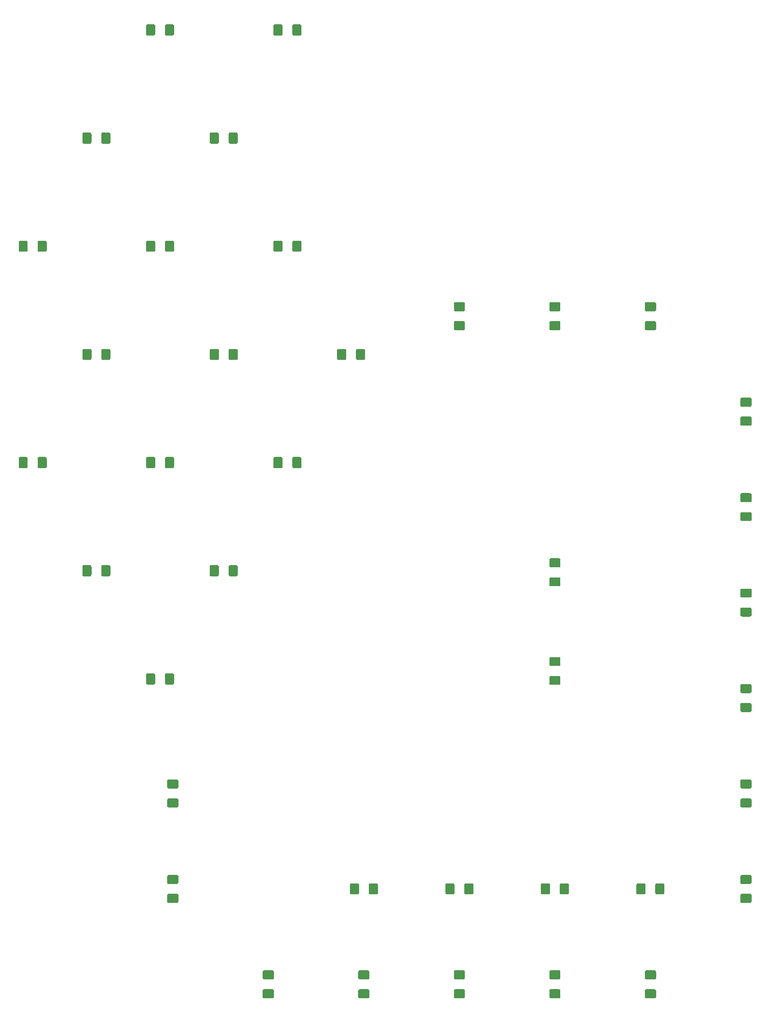
<source format=gbp>
G04 #@! TF.GenerationSoftware,KiCad,Pcbnew,(5.1.2-1)-1*
G04 #@! TF.CreationDate,2022-02-06T13:22:23-05:00*
G04 #@! TF.ProjectId,Wasp_Hive,57617370-5f48-4697-9665-2e6b69636164,rev?*
G04 #@! TF.SameCoordinates,Original*
G04 #@! TF.FileFunction,Paste,Bot*
G04 #@! TF.FilePolarity,Positive*
%FSLAX46Y46*%
G04 Gerber Fmt 4.6, Leading zero omitted, Abs format (unit mm)*
G04 Created by KiCad (PCBNEW (5.1.2-1)-1) date 2022-02-06 13:22:23*
%MOMM*%
%LPD*%
G04 APERTURE LIST*
%ADD10C,0.100000*%
%ADD11C,1.425000*%
G04 APERTURE END LIST*
D10*
G36*
X50649504Y-192801204D02*
G01*
X50673773Y-192804804D01*
X50697571Y-192810765D01*
X50720671Y-192819030D01*
X50742849Y-192829520D01*
X50763893Y-192842133D01*
X50783598Y-192856747D01*
X50801777Y-192873223D01*
X50818253Y-192891402D01*
X50832867Y-192911107D01*
X50845480Y-192932151D01*
X50855970Y-192954329D01*
X50864235Y-192977429D01*
X50870196Y-193001227D01*
X50873796Y-193025496D01*
X50875000Y-193050000D01*
X50875000Y-193975000D01*
X50873796Y-193999504D01*
X50870196Y-194023773D01*
X50864235Y-194047571D01*
X50855970Y-194070671D01*
X50845480Y-194092849D01*
X50832867Y-194113893D01*
X50818253Y-194133598D01*
X50801777Y-194151777D01*
X50783598Y-194168253D01*
X50763893Y-194182867D01*
X50742849Y-194195480D01*
X50720671Y-194205970D01*
X50697571Y-194214235D01*
X50673773Y-194220196D01*
X50649504Y-194223796D01*
X50625000Y-194225000D01*
X49375000Y-194225000D01*
X49350496Y-194223796D01*
X49326227Y-194220196D01*
X49302429Y-194214235D01*
X49279329Y-194205970D01*
X49257151Y-194195480D01*
X49236107Y-194182867D01*
X49216402Y-194168253D01*
X49198223Y-194151777D01*
X49181747Y-194133598D01*
X49167133Y-194113893D01*
X49154520Y-194092849D01*
X49144030Y-194070671D01*
X49135765Y-194047571D01*
X49129804Y-194023773D01*
X49126204Y-193999504D01*
X49125000Y-193975000D01*
X49125000Y-193050000D01*
X49126204Y-193025496D01*
X49129804Y-193001227D01*
X49135765Y-192977429D01*
X49144030Y-192954329D01*
X49154520Y-192932151D01*
X49167133Y-192911107D01*
X49181747Y-192891402D01*
X49198223Y-192873223D01*
X49216402Y-192856747D01*
X49236107Y-192842133D01*
X49257151Y-192829520D01*
X49279329Y-192819030D01*
X49302429Y-192810765D01*
X49326227Y-192804804D01*
X49350496Y-192801204D01*
X49375000Y-192800000D01*
X50625000Y-192800000D01*
X50649504Y-192801204D01*
X50649504Y-192801204D01*
G37*
D11*
X50000000Y-193512500D03*
D10*
G36*
X50649504Y-195776204D02*
G01*
X50673773Y-195779804D01*
X50697571Y-195785765D01*
X50720671Y-195794030D01*
X50742849Y-195804520D01*
X50763893Y-195817133D01*
X50783598Y-195831747D01*
X50801777Y-195848223D01*
X50818253Y-195866402D01*
X50832867Y-195886107D01*
X50845480Y-195907151D01*
X50855970Y-195929329D01*
X50864235Y-195952429D01*
X50870196Y-195976227D01*
X50873796Y-196000496D01*
X50875000Y-196025000D01*
X50875000Y-196950000D01*
X50873796Y-196974504D01*
X50870196Y-196998773D01*
X50864235Y-197022571D01*
X50855970Y-197045671D01*
X50845480Y-197067849D01*
X50832867Y-197088893D01*
X50818253Y-197108598D01*
X50801777Y-197126777D01*
X50783598Y-197143253D01*
X50763893Y-197157867D01*
X50742849Y-197170480D01*
X50720671Y-197180970D01*
X50697571Y-197189235D01*
X50673773Y-197195196D01*
X50649504Y-197198796D01*
X50625000Y-197200000D01*
X49375000Y-197200000D01*
X49350496Y-197198796D01*
X49326227Y-197195196D01*
X49302429Y-197189235D01*
X49279329Y-197180970D01*
X49257151Y-197170480D01*
X49236107Y-197157867D01*
X49216402Y-197143253D01*
X49198223Y-197126777D01*
X49181747Y-197108598D01*
X49167133Y-197088893D01*
X49154520Y-197067849D01*
X49144030Y-197045671D01*
X49135765Y-197022571D01*
X49129804Y-196998773D01*
X49126204Y-196974504D01*
X49125000Y-196950000D01*
X49125000Y-196025000D01*
X49126204Y-196000496D01*
X49129804Y-195976227D01*
X49135765Y-195952429D01*
X49144030Y-195929329D01*
X49154520Y-195907151D01*
X49167133Y-195886107D01*
X49181747Y-195866402D01*
X49198223Y-195848223D01*
X49216402Y-195831747D01*
X49236107Y-195817133D01*
X49257151Y-195804520D01*
X49279329Y-195794030D01*
X49302429Y-195785765D01*
X49326227Y-195779804D01*
X49350496Y-195776204D01*
X49375000Y-195775000D01*
X50625000Y-195775000D01*
X50649504Y-195776204D01*
X50649504Y-195776204D01*
G37*
D11*
X50000000Y-196487500D03*
D10*
G36*
X50649504Y-207801204D02*
G01*
X50673773Y-207804804D01*
X50697571Y-207810765D01*
X50720671Y-207819030D01*
X50742849Y-207829520D01*
X50763893Y-207842133D01*
X50783598Y-207856747D01*
X50801777Y-207873223D01*
X50818253Y-207891402D01*
X50832867Y-207911107D01*
X50845480Y-207932151D01*
X50855970Y-207954329D01*
X50864235Y-207977429D01*
X50870196Y-208001227D01*
X50873796Y-208025496D01*
X50875000Y-208050000D01*
X50875000Y-208975000D01*
X50873796Y-208999504D01*
X50870196Y-209023773D01*
X50864235Y-209047571D01*
X50855970Y-209070671D01*
X50845480Y-209092849D01*
X50832867Y-209113893D01*
X50818253Y-209133598D01*
X50801777Y-209151777D01*
X50783598Y-209168253D01*
X50763893Y-209182867D01*
X50742849Y-209195480D01*
X50720671Y-209205970D01*
X50697571Y-209214235D01*
X50673773Y-209220196D01*
X50649504Y-209223796D01*
X50625000Y-209225000D01*
X49375000Y-209225000D01*
X49350496Y-209223796D01*
X49326227Y-209220196D01*
X49302429Y-209214235D01*
X49279329Y-209205970D01*
X49257151Y-209195480D01*
X49236107Y-209182867D01*
X49216402Y-209168253D01*
X49198223Y-209151777D01*
X49181747Y-209133598D01*
X49167133Y-209113893D01*
X49154520Y-209092849D01*
X49144030Y-209070671D01*
X49135765Y-209047571D01*
X49129804Y-209023773D01*
X49126204Y-208999504D01*
X49125000Y-208975000D01*
X49125000Y-208050000D01*
X49126204Y-208025496D01*
X49129804Y-208001227D01*
X49135765Y-207977429D01*
X49144030Y-207954329D01*
X49154520Y-207932151D01*
X49167133Y-207911107D01*
X49181747Y-207891402D01*
X49198223Y-207873223D01*
X49216402Y-207856747D01*
X49236107Y-207842133D01*
X49257151Y-207829520D01*
X49279329Y-207819030D01*
X49302429Y-207810765D01*
X49326227Y-207804804D01*
X49350496Y-207801204D01*
X49375000Y-207800000D01*
X50625000Y-207800000D01*
X50649504Y-207801204D01*
X50649504Y-207801204D01*
G37*
D11*
X50000000Y-208512500D03*
D10*
G36*
X50649504Y-210776204D02*
G01*
X50673773Y-210779804D01*
X50697571Y-210785765D01*
X50720671Y-210794030D01*
X50742849Y-210804520D01*
X50763893Y-210817133D01*
X50783598Y-210831747D01*
X50801777Y-210848223D01*
X50818253Y-210866402D01*
X50832867Y-210886107D01*
X50845480Y-210907151D01*
X50855970Y-210929329D01*
X50864235Y-210952429D01*
X50870196Y-210976227D01*
X50873796Y-211000496D01*
X50875000Y-211025000D01*
X50875000Y-211950000D01*
X50873796Y-211974504D01*
X50870196Y-211998773D01*
X50864235Y-212022571D01*
X50855970Y-212045671D01*
X50845480Y-212067849D01*
X50832867Y-212088893D01*
X50818253Y-212108598D01*
X50801777Y-212126777D01*
X50783598Y-212143253D01*
X50763893Y-212157867D01*
X50742849Y-212170480D01*
X50720671Y-212180970D01*
X50697571Y-212189235D01*
X50673773Y-212195196D01*
X50649504Y-212198796D01*
X50625000Y-212200000D01*
X49375000Y-212200000D01*
X49350496Y-212198796D01*
X49326227Y-212195196D01*
X49302429Y-212189235D01*
X49279329Y-212180970D01*
X49257151Y-212170480D01*
X49236107Y-212157867D01*
X49216402Y-212143253D01*
X49198223Y-212126777D01*
X49181747Y-212108598D01*
X49167133Y-212088893D01*
X49154520Y-212067849D01*
X49144030Y-212045671D01*
X49135765Y-212022571D01*
X49129804Y-211998773D01*
X49126204Y-211974504D01*
X49125000Y-211950000D01*
X49125000Y-211025000D01*
X49126204Y-211000496D01*
X49129804Y-210976227D01*
X49135765Y-210952429D01*
X49144030Y-210929329D01*
X49154520Y-210907151D01*
X49167133Y-210886107D01*
X49181747Y-210866402D01*
X49198223Y-210848223D01*
X49216402Y-210831747D01*
X49236107Y-210817133D01*
X49257151Y-210804520D01*
X49279329Y-210794030D01*
X49302429Y-210785765D01*
X49326227Y-210779804D01*
X49350496Y-210776204D01*
X49375000Y-210775000D01*
X50625000Y-210775000D01*
X50649504Y-210776204D01*
X50649504Y-210776204D01*
G37*
D11*
X50000000Y-211487500D03*
D10*
G36*
X65649504Y-222801204D02*
G01*
X65673773Y-222804804D01*
X65697571Y-222810765D01*
X65720671Y-222819030D01*
X65742849Y-222829520D01*
X65763893Y-222842133D01*
X65783598Y-222856747D01*
X65801777Y-222873223D01*
X65818253Y-222891402D01*
X65832867Y-222911107D01*
X65845480Y-222932151D01*
X65855970Y-222954329D01*
X65864235Y-222977429D01*
X65870196Y-223001227D01*
X65873796Y-223025496D01*
X65875000Y-223050000D01*
X65875000Y-223975000D01*
X65873796Y-223999504D01*
X65870196Y-224023773D01*
X65864235Y-224047571D01*
X65855970Y-224070671D01*
X65845480Y-224092849D01*
X65832867Y-224113893D01*
X65818253Y-224133598D01*
X65801777Y-224151777D01*
X65783598Y-224168253D01*
X65763893Y-224182867D01*
X65742849Y-224195480D01*
X65720671Y-224205970D01*
X65697571Y-224214235D01*
X65673773Y-224220196D01*
X65649504Y-224223796D01*
X65625000Y-224225000D01*
X64375000Y-224225000D01*
X64350496Y-224223796D01*
X64326227Y-224220196D01*
X64302429Y-224214235D01*
X64279329Y-224205970D01*
X64257151Y-224195480D01*
X64236107Y-224182867D01*
X64216402Y-224168253D01*
X64198223Y-224151777D01*
X64181747Y-224133598D01*
X64167133Y-224113893D01*
X64154520Y-224092849D01*
X64144030Y-224070671D01*
X64135765Y-224047571D01*
X64129804Y-224023773D01*
X64126204Y-223999504D01*
X64125000Y-223975000D01*
X64125000Y-223050000D01*
X64126204Y-223025496D01*
X64129804Y-223001227D01*
X64135765Y-222977429D01*
X64144030Y-222954329D01*
X64154520Y-222932151D01*
X64167133Y-222911107D01*
X64181747Y-222891402D01*
X64198223Y-222873223D01*
X64216402Y-222856747D01*
X64236107Y-222842133D01*
X64257151Y-222829520D01*
X64279329Y-222819030D01*
X64302429Y-222810765D01*
X64326227Y-222804804D01*
X64350496Y-222801204D01*
X64375000Y-222800000D01*
X65625000Y-222800000D01*
X65649504Y-222801204D01*
X65649504Y-222801204D01*
G37*
D11*
X65000000Y-223512500D03*
D10*
G36*
X65649504Y-225776204D02*
G01*
X65673773Y-225779804D01*
X65697571Y-225785765D01*
X65720671Y-225794030D01*
X65742849Y-225804520D01*
X65763893Y-225817133D01*
X65783598Y-225831747D01*
X65801777Y-225848223D01*
X65818253Y-225866402D01*
X65832867Y-225886107D01*
X65845480Y-225907151D01*
X65855970Y-225929329D01*
X65864235Y-225952429D01*
X65870196Y-225976227D01*
X65873796Y-226000496D01*
X65875000Y-226025000D01*
X65875000Y-226950000D01*
X65873796Y-226974504D01*
X65870196Y-226998773D01*
X65864235Y-227022571D01*
X65855970Y-227045671D01*
X65845480Y-227067849D01*
X65832867Y-227088893D01*
X65818253Y-227108598D01*
X65801777Y-227126777D01*
X65783598Y-227143253D01*
X65763893Y-227157867D01*
X65742849Y-227170480D01*
X65720671Y-227180970D01*
X65697571Y-227189235D01*
X65673773Y-227195196D01*
X65649504Y-227198796D01*
X65625000Y-227200000D01*
X64375000Y-227200000D01*
X64350496Y-227198796D01*
X64326227Y-227195196D01*
X64302429Y-227189235D01*
X64279329Y-227180970D01*
X64257151Y-227170480D01*
X64236107Y-227157867D01*
X64216402Y-227143253D01*
X64198223Y-227126777D01*
X64181747Y-227108598D01*
X64167133Y-227088893D01*
X64154520Y-227067849D01*
X64144030Y-227045671D01*
X64135765Y-227022571D01*
X64129804Y-226998773D01*
X64126204Y-226974504D01*
X64125000Y-226950000D01*
X64125000Y-226025000D01*
X64126204Y-226000496D01*
X64129804Y-225976227D01*
X64135765Y-225952429D01*
X64144030Y-225929329D01*
X64154520Y-225907151D01*
X64167133Y-225886107D01*
X64181747Y-225866402D01*
X64198223Y-225848223D01*
X64216402Y-225831747D01*
X64236107Y-225817133D01*
X64257151Y-225804520D01*
X64279329Y-225794030D01*
X64302429Y-225785765D01*
X64326227Y-225779804D01*
X64350496Y-225776204D01*
X64375000Y-225775000D01*
X65625000Y-225775000D01*
X65649504Y-225776204D01*
X65649504Y-225776204D01*
G37*
D11*
X65000000Y-226487500D03*
D10*
G36*
X80649504Y-222801204D02*
G01*
X80673773Y-222804804D01*
X80697571Y-222810765D01*
X80720671Y-222819030D01*
X80742849Y-222829520D01*
X80763893Y-222842133D01*
X80783598Y-222856747D01*
X80801777Y-222873223D01*
X80818253Y-222891402D01*
X80832867Y-222911107D01*
X80845480Y-222932151D01*
X80855970Y-222954329D01*
X80864235Y-222977429D01*
X80870196Y-223001227D01*
X80873796Y-223025496D01*
X80875000Y-223050000D01*
X80875000Y-223975000D01*
X80873796Y-223999504D01*
X80870196Y-224023773D01*
X80864235Y-224047571D01*
X80855970Y-224070671D01*
X80845480Y-224092849D01*
X80832867Y-224113893D01*
X80818253Y-224133598D01*
X80801777Y-224151777D01*
X80783598Y-224168253D01*
X80763893Y-224182867D01*
X80742849Y-224195480D01*
X80720671Y-224205970D01*
X80697571Y-224214235D01*
X80673773Y-224220196D01*
X80649504Y-224223796D01*
X80625000Y-224225000D01*
X79375000Y-224225000D01*
X79350496Y-224223796D01*
X79326227Y-224220196D01*
X79302429Y-224214235D01*
X79279329Y-224205970D01*
X79257151Y-224195480D01*
X79236107Y-224182867D01*
X79216402Y-224168253D01*
X79198223Y-224151777D01*
X79181747Y-224133598D01*
X79167133Y-224113893D01*
X79154520Y-224092849D01*
X79144030Y-224070671D01*
X79135765Y-224047571D01*
X79129804Y-224023773D01*
X79126204Y-223999504D01*
X79125000Y-223975000D01*
X79125000Y-223050000D01*
X79126204Y-223025496D01*
X79129804Y-223001227D01*
X79135765Y-222977429D01*
X79144030Y-222954329D01*
X79154520Y-222932151D01*
X79167133Y-222911107D01*
X79181747Y-222891402D01*
X79198223Y-222873223D01*
X79216402Y-222856747D01*
X79236107Y-222842133D01*
X79257151Y-222829520D01*
X79279329Y-222819030D01*
X79302429Y-222810765D01*
X79326227Y-222804804D01*
X79350496Y-222801204D01*
X79375000Y-222800000D01*
X80625000Y-222800000D01*
X80649504Y-222801204D01*
X80649504Y-222801204D01*
G37*
D11*
X80000000Y-223512500D03*
D10*
G36*
X80649504Y-225776204D02*
G01*
X80673773Y-225779804D01*
X80697571Y-225785765D01*
X80720671Y-225794030D01*
X80742849Y-225804520D01*
X80763893Y-225817133D01*
X80783598Y-225831747D01*
X80801777Y-225848223D01*
X80818253Y-225866402D01*
X80832867Y-225886107D01*
X80845480Y-225907151D01*
X80855970Y-225929329D01*
X80864235Y-225952429D01*
X80870196Y-225976227D01*
X80873796Y-226000496D01*
X80875000Y-226025000D01*
X80875000Y-226950000D01*
X80873796Y-226974504D01*
X80870196Y-226998773D01*
X80864235Y-227022571D01*
X80855970Y-227045671D01*
X80845480Y-227067849D01*
X80832867Y-227088893D01*
X80818253Y-227108598D01*
X80801777Y-227126777D01*
X80783598Y-227143253D01*
X80763893Y-227157867D01*
X80742849Y-227170480D01*
X80720671Y-227180970D01*
X80697571Y-227189235D01*
X80673773Y-227195196D01*
X80649504Y-227198796D01*
X80625000Y-227200000D01*
X79375000Y-227200000D01*
X79350496Y-227198796D01*
X79326227Y-227195196D01*
X79302429Y-227189235D01*
X79279329Y-227180970D01*
X79257151Y-227170480D01*
X79236107Y-227157867D01*
X79216402Y-227143253D01*
X79198223Y-227126777D01*
X79181747Y-227108598D01*
X79167133Y-227088893D01*
X79154520Y-227067849D01*
X79144030Y-227045671D01*
X79135765Y-227022571D01*
X79129804Y-226998773D01*
X79126204Y-226974504D01*
X79125000Y-226950000D01*
X79125000Y-226025000D01*
X79126204Y-226000496D01*
X79129804Y-225976227D01*
X79135765Y-225952429D01*
X79144030Y-225929329D01*
X79154520Y-225907151D01*
X79167133Y-225886107D01*
X79181747Y-225866402D01*
X79198223Y-225848223D01*
X79216402Y-225831747D01*
X79236107Y-225817133D01*
X79257151Y-225804520D01*
X79279329Y-225794030D01*
X79302429Y-225785765D01*
X79326227Y-225779804D01*
X79350496Y-225776204D01*
X79375000Y-225775000D01*
X80625000Y-225775000D01*
X80649504Y-225776204D01*
X80649504Y-225776204D01*
G37*
D11*
X80000000Y-226487500D03*
D10*
G36*
X95649504Y-222801204D02*
G01*
X95673773Y-222804804D01*
X95697571Y-222810765D01*
X95720671Y-222819030D01*
X95742849Y-222829520D01*
X95763893Y-222842133D01*
X95783598Y-222856747D01*
X95801777Y-222873223D01*
X95818253Y-222891402D01*
X95832867Y-222911107D01*
X95845480Y-222932151D01*
X95855970Y-222954329D01*
X95864235Y-222977429D01*
X95870196Y-223001227D01*
X95873796Y-223025496D01*
X95875000Y-223050000D01*
X95875000Y-223975000D01*
X95873796Y-223999504D01*
X95870196Y-224023773D01*
X95864235Y-224047571D01*
X95855970Y-224070671D01*
X95845480Y-224092849D01*
X95832867Y-224113893D01*
X95818253Y-224133598D01*
X95801777Y-224151777D01*
X95783598Y-224168253D01*
X95763893Y-224182867D01*
X95742849Y-224195480D01*
X95720671Y-224205970D01*
X95697571Y-224214235D01*
X95673773Y-224220196D01*
X95649504Y-224223796D01*
X95625000Y-224225000D01*
X94375000Y-224225000D01*
X94350496Y-224223796D01*
X94326227Y-224220196D01*
X94302429Y-224214235D01*
X94279329Y-224205970D01*
X94257151Y-224195480D01*
X94236107Y-224182867D01*
X94216402Y-224168253D01*
X94198223Y-224151777D01*
X94181747Y-224133598D01*
X94167133Y-224113893D01*
X94154520Y-224092849D01*
X94144030Y-224070671D01*
X94135765Y-224047571D01*
X94129804Y-224023773D01*
X94126204Y-223999504D01*
X94125000Y-223975000D01*
X94125000Y-223050000D01*
X94126204Y-223025496D01*
X94129804Y-223001227D01*
X94135765Y-222977429D01*
X94144030Y-222954329D01*
X94154520Y-222932151D01*
X94167133Y-222911107D01*
X94181747Y-222891402D01*
X94198223Y-222873223D01*
X94216402Y-222856747D01*
X94236107Y-222842133D01*
X94257151Y-222829520D01*
X94279329Y-222819030D01*
X94302429Y-222810765D01*
X94326227Y-222804804D01*
X94350496Y-222801204D01*
X94375000Y-222800000D01*
X95625000Y-222800000D01*
X95649504Y-222801204D01*
X95649504Y-222801204D01*
G37*
D11*
X95000000Y-223512500D03*
D10*
G36*
X95649504Y-225776204D02*
G01*
X95673773Y-225779804D01*
X95697571Y-225785765D01*
X95720671Y-225794030D01*
X95742849Y-225804520D01*
X95763893Y-225817133D01*
X95783598Y-225831747D01*
X95801777Y-225848223D01*
X95818253Y-225866402D01*
X95832867Y-225886107D01*
X95845480Y-225907151D01*
X95855970Y-225929329D01*
X95864235Y-225952429D01*
X95870196Y-225976227D01*
X95873796Y-226000496D01*
X95875000Y-226025000D01*
X95875000Y-226950000D01*
X95873796Y-226974504D01*
X95870196Y-226998773D01*
X95864235Y-227022571D01*
X95855970Y-227045671D01*
X95845480Y-227067849D01*
X95832867Y-227088893D01*
X95818253Y-227108598D01*
X95801777Y-227126777D01*
X95783598Y-227143253D01*
X95763893Y-227157867D01*
X95742849Y-227170480D01*
X95720671Y-227180970D01*
X95697571Y-227189235D01*
X95673773Y-227195196D01*
X95649504Y-227198796D01*
X95625000Y-227200000D01*
X94375000Y-227200000D01*
X94350496Y-227198796D01*
X94326227Y-227195196D01*
X94302429Y-227189235D01*
X94279329Y-227180970D01*
X94257151Y-227170480D01*
X94236107Y-227157867D01*
X94216402Y-227143253D01*
X94198223Y-227126777D01*
X94181747Y-227108598D01*
X94167133Y-227088893D01*
X94154520Y-227067849D01*
X94144030Y-227045671D01*
X94135765Y-227022571D01*
X94129804Y-226998773D01*
X94126204Y-226974504D01*
X94125000Y-226950000D01*
X94125000Y-226025000D01*
X94126204Y-226000496D01*
X94129804Y-225976227D01*
X94135765Y-225952429D01*
X94144030Y-225929329D01*
X94154520Y-225907151D01*
X94167133Y-225886107D01*
X94181747Y-225866402D01*
X94198223Y-225848223D01*
X94216402Y-225831747D01*
X94236107Y-225817133D01*
X94257151Y-225804520D01*
X94279329Y-225794030D01*
X94302429Y-225785765D01*
X94326227Y-225779804D01*
X94350496Y-225776204D01*
X94375000Y-225775000D01*
X95625000Y-225775000D01*
X95649504Y-225776204D01*
X95649504Y-225776204D01*
G37*
D11*
X95000000Y-226487500D03*
D10*
G36*
X110649504Y-222801204D02*
G01*
X110673773Y-222804804D01*
X110697571Y-222810765D01*
X110720671Y-222819030D01*
X110742849Y-222829520D01*
X110763893Y-222842133D01*
X110783598Y-222856747D01*
X110801777Y-222873223D01*
X110818253Y-222891402D01*
X110832867Y-222911107D01*
X110845480Y-222932151D01*
X110855970Y-222954329D01*
X110864235Y-222977429D01*
X110870196Y-223001227D01*
X110873796Y-223025496D01*
X110875000Y-223050000D01*
X110875000Y-223975000D01*
X110873796Y-223999504D01*
X110870196Y-224023773D01*
X110864235Y-224047571D01*
X110855970Y-224070671D01*
X110845480Y-224092849D01*
X110832867Y-224113893D01*
X110818253Y-224133598D01*
X110801777Y-224151777D01*
X110783598Y-224168253D01*
X110763893Y-224182867D01*
X110742849Y-224195480D01*
X110720671Y-224205970D01*
X110697571Y-224214235D01*
X110673773Y-224220196D01*
X110649504Y-224223796D01*
X110625000Y-224225000D01*
X109375000Y-224225000D01*
X109350496Y-224223796D01*
X109326227Y-224220196D01*
X109302429Y-224214235D01*
X109279329Y-224205970D01*
X109257151Y-224195480D01*
X109236107Y-224182867D01*
X109216402Y-224168253D01*
X109198223Y-224151777D01*
X109181747Y-224133598D01*
X109167133Y-224113893D01*
X109154520Y-224092849D01*
X109144030Y-224070671D01*
X109135765Y-224047571D01*
X109129804Y-224023773D01*
X109126204Y-223999504D01*
X109125000Y-223975000D01*
X109125000Y-223050000D01*
X109126204Y-223025496D01*
X109129804Y-223001227D01*
X109135765Y-222977429D01*
X109144030Y-222954329D01*
X109154520Y-222932151D01*
X109167133Y-222911107D01*
X109181747Y-222891402D01*
X109198223Y-222873223D01*
X109216402Y-222856747D01*
X109236107Y-222842133D01*
X109257151Y-222829520D01*
X109279329Y-222819030D01*
X109302429Y-222810765D01*
X109326227Y-222804804D01*
X109350496Y-222801204D01*
X109375000Y-222800000D01*
X110625000Y-222800000D01*
X110649504Y-222801204D01*
X110649504Y-222801204D01*
G37*
D11*
X110000000Y-223512500D03*
D10*
G36*
X110649504Y-225776204D02*
G01*
X110673773Y-225779804D01*
X110697571Y-225785765D01*
X110720671Y-225794030D01*
X110742849Y-225804520D01*
X110763893Y-225817133D01*
X110783598Y-225831747D01*
X110801777Y-225848223D01*
X110818253Y-225866402D01*
X110832867Y-225886107D01*
X110845480Y-225907151D01*
X110855970Y-225929329D01*
X110864235Y-225952429D01*
X110870196Y-225976227D01*
X110873796Y-226000496D01*
X110875000Y-226025000D01*
X110875000Y-226950000D01*
X110873796Y-226974504D01*
X110870196Y-226998773D01*
X110864235Y-227022571D01*
X110855970Y-227045671D01*
X110845480Y-227067849D01*
X110832867Y-227088893D01*
X110818253Y-227108598D01*
X110801777Y-227126777D01*
X110783598Y-227143253D01*
X110763893Y-227157867D01*
X110742849Y-227170480D01*
X110720671Y-227180970D01*
X110697571Y-227189235D01*
X110673773Y-227195196D01*
X110649504Y-227198796D01*
X110625000Y-227200000D01*
X109375000Y-227200000D01*
X109350496Y-227198796D01*
X109326227Y-227195196D01*
X109302429Y-227189235D01*
X109279329Y-227180970D01*
X109257151Y-227170480D01*
X109236107Y-227157867D01*
X109216402Y-227143253D01*
X109198223Y-227126777D01*
X109181747Y-227108598D01*
X109167133Y-227088893D01*
X109154520Y-227067849D01*
X109144030Y-227045671D01*
X109135765Y-227022571D01*
X109129804Y-226998773D01*
X109126204Y-226974504D01*
X109125000Y-226950000D01*
X109125000Y-226025000D01*
X109126204Y-226000496D01*
X109129804Y-225976227D01*
X109135765Y-225952429D01*
X109144030Y-225929329D01*
X109154520Y-225907151D01*
X109167133Y-225886107D01*
X109181747Y-225866402D01*
X109198223Y-225848223D01*
X109216402Y-225831747D01*
X109236107Y-225817133D01*
X109257151Y-225804520D01*
X109279329Y-225794030D01*
X109302429Y-225785765D01*
X109326227Y-225779804D01*
X109350496Y-225776204D01*
X109375000Y-225775000D01*
X110625000Y-225775000D01*
X110649504Y-225776204D01*
X110649504Y-225776204D01*
G37*
D11*
X110000000Y-226487500D03*
D10*
G36*
X125649504Y-222801204D02*
G01*
X125673773Y-222804804D01*
X125697571Y-222810765D01*
X125720671Y-222819030D01*
X125742849Y-222829520D01*
X125763893Y-222842133D01*
X125783598Y-222856747D01*
X125801777Y-222873223D01*
X125818253Y-222891402D01*
X125832867Y-222911107D01*
X125845480Y-222932151D01*
X125855970Y-222954329D01*
X125864235Y-222977429D01*
X125870196Y-223001227D01*
X125873796Y-223025496D01*
X125875000Y-223050000D01*
X125875000Y-223975000D01*
X125873796Y-223999504D01*
X125870196Y-224023773D01*
X125864235Y-224047571D01*
X125855970Y-224070671D01*
X125845480Y-224092849D01*
X125832867Y-224113893D01*
X125818253Y-224133598D01*
X125801777Y-224151777D01*
X125783598Y-224168253D01*
X125763893Y-224182867D01*
X125742849Y-224195480D01*
X125720671Y-224205970D01*
X125697571Y-224214235D01*
X125673773Y-224220196D01*
X125649504Y-224223796D01*
X125625000Y-224225000D01*
X124375000Y-224225000D01*
X124350496Y-224223796D01*
X124326227Y-224220196D01*
X124302429Y-224214235D01*
X124279329Y-224205970D01*
X124257151Y-224195480D01*
X124236107Y-224182867D01*
X124216402Y-224168253D01*
X124198223Y-224151777D01*
X124181747Y-224133598D01*
X124167133Y-224113893D01*
X124154520Y-224092849D01*
X124144030Y-224070671D01*
X124135765Y-224047571D01*
X124129804Y-224023773D01*
X124126204Y-223999504D01*
X124125000Y-223975000D01*
X124125000Y-223050000D01*
X124126204Y-223025496D01*
X124129804Y-223001227D01*
X124135765Y-222977429D01*
X124144030Y-222954329D01*
X124154520Y-222932151D01*
X124167133Y-222911107D01*
X124181747Y-222891402D01*
X124198223Y-222873223D01*
X124216402Y-222856747D01*
X124236107Y-222842133D01*
X124257151Y-222829520D01*
X124279329Y-222819030D01*
X124302429Y-222810765D01*
X124326227Y-222804804D01*
X124350496Y-222801204D01*
X124375000Y-222800000D01*
X125625000Y-222800000D01*
X125649504Y-222801204D01*
X125649504Y-222801204D01*
G37*
D11*
X125000000Y-223512500D03*
D10*
G36*
X125649504Y-225776204D02*
G01*
X125673773Y-225779804D01*
X125697571Y-225785765D01*
X125720671Y-225794030D01*
X125742849Y-225804520D01*
X125763893Y-225817133D01*
X125783598Y-225831747D01*
X125801777Y-225848223D01*
X125818253Y-225866402D01*
X125832867Y-225886107D01*
X125845480Y-225907151D01*
X125855970Y-225929329D01*
X125864235Y-225952429D01*
X125870196Y-225976227D01*
X125873796Y-226000496D01*
X125875000Y-226025000D01*
X125875000Y-226950000D01*
X125873796Y-226974504D01*
X125870196Y-226998773D01*
X125864235Y-227022571D01*
X125855970Y-227045671D01*
X125845480Y-227067849D01*
X125832867Y-227088893D01*
X125818253Y-227108598D01*
X125801777Y-227126777D01*
X125783598Y-227143253D01*
X125763893Y-227157867D01*
X125742849Y-227170480D01*
X125720671Y-227180970D01*
X125697571Y-227189235D01*
X125673773Y-227195196D01*
X125649504Y-227198796D01*
X125625000Y-227200000D01*
X124375000Y-227200000D01*
X124350496Y-227198796D01*
X124326227Y-227195196D01*
X124302429Y-227189235D01*
X124279329Y-227180970D01*
X124257151Y-227170480D01*
X124236107Y-227157867D01*
X124216402Y-227143253D01*
X124198223Y-227126777D01*
X124181747Y-227108598D01*
X124167133Y-227088893D01*
X124154520Y-227067849D01*
X124144030Y-227045671D01*
X124135765Y-227022571D01*
X124129804Y-226998773D01*
X124126204Y-226974504D01*
X124125000Y-226950000D01*
X124125000Y-226025000D01*
X124126204Y-226000496D01*
X124129804Y-225976227D01*
X124135765Y-225952429D01*
X124144030Y-225929329D01*
X124154520Y-225907151D01*
X124167133Y-225886107D01*
X124181747Y-225866402D01*
X124198223Y-225848223D01*
X124216402Y-225831747D01*
X124236107Y-225817133D01*
X124257151Y-225804520D01*
X124279329Y-225794030D01*
X124302429Y-225785765D01*
X124326227Y-225779804D01*
X124350496Y-225776204D01*
X124375000Y-225775000D01*
X125625000Y-225775000D01*
X125649504Y-225776204D01*
X125649504Y-225776204D01*
G37*
D11*
X125000000Y-226487500D03*
D10*
G36*
X140649504Y-207801204D02*
G01*
X140673773Y-207804804D01*
X140697571Y-207810765D01*
X140720671Y-207819030D01*
X140742849Y-207829520D01*
X140763893Y-207842133D01*
X140783598Y-207856747D01*
X140801777Y-207873223D01*
X140818253Y-207891402D01*
X140832867Y-207911107D01*
X140845480Y-207932151D01*
X140855970Y-207954329D01*
X140864235Y-207977429D01*
X140870196Y-208001227D01*
X140873796Y-208025496D01*
X140875000Y-208050000D01*
X140875000Y-208975000D01*
X140873796Y-208999504D01*
X140870196Y-209023773D01*
X140864235Y-209047571D01*
X140855970Y-209070671D01*
X140845480Y-209092849D01*
X140832867Y-209113893D01*
X140818253Y-209133598D01*
X140801777Y-209151777D01*
X140783598Y-209168253D01*
X140763893Y-209182867D01*
X140742849Y-209195480D01*
X140720671Y-209205970D01*
X140697571Y-209214235D01*
X140673773Y-209220196D01*
X140649504Y-209223796D01*
X140625000Y-209225000D01*
X139375000Y-209225000D01*
X139350496Y-209223796D01*
X139326227Y-209220196D01*
X139302429Y-209214235D01*
X139279329Y-209205970D01*
X139257151Y-209195480D01*
X139236107Y-209182867D01*
X139216402Y-209168253D01*
X139198223Y-209151777D01*
X139181747Y-209133598D01*
X139167133Y-209113893D01*
X139154520Y-209092849D01*
X139144030Y-209070671D01*
X139135765Y-209047571D01*
X139129804Y-209023773D01*
X139126204Y-208999504D01*
X139125000Y-208975000D01*
X139125000Y-208050000D01*
X139126204Y-208025496D01*
X139129804Y-208001227D01*
X139135765Y-207977429D01*
X139144030Y-207954329D01*
X139154520Y-207932151D01*
X139167133Y-207911107D01*
X139181747Y-207891402D01*
X139198223Y-207873223D01*
X139216402Y-207856747D01*
X139236107Y-207842133D01*
X139257151Y-207829520D01*
X139279329Y-207819030D01*
X139302429Y-207810765D01*
X139326227Y-207804804D01*
X139350496Y-207801204D01*
X139375000Y-207800000D01*
X140625000Y-207800000D01*
X140649504Y-207801204D01*
X140649504Y-207801204D01*
G37*
D11*
X140000000Y-208512500D03*
D10*
G36*
X140649504Y-210776204D02*
G01*
X140673773Y-210779804D01*
X140697571Y-210785765D01*
X140720671Y-210794030D01*
X140742849Y-210804520D01*
X140763893Y-210817133D01*
X140783598Y-210831747D01*
X140801777Y-210848223D01*
X140818253Y-210866402D01*
X140832867Y-210886107D01*
X140845480Y-210907151D01*
X140855970Y-210929329D01*
X140864235Y-210952429D01*
X140870196Y-210976227D01*
X140873796Y-211000496D01*
X140875000Y-211025000D01*
X140875000Y-211950000D01*
X140873796Y-211974504D01*
X140870196Y-211998773D01*
X140864235Y-212022571D01*
X140855970Y-212045671D01*
X140845480Y-212067849D01*
X140832867Y-212088893D01*
X140818253Y-212108598D01*
X140801777Y-212126777D01*
X140783598Y-212143253D01*
X140763893Y-212157867D01*
X140742849Y-212170480D01*
X140720671Y-212180970D01*
X140697571Y-212189235D01*
X140673773Y-212195196D01*
X140649504Y-212198796D01*
X140625000Y-212200000D01*
X139375000Y-212200000D01*
X139350496Y-212198796D01*
X139326227Y-212195196D01*
X139302429Y-212189235D01*
X139279329Y-212180970D01*
X139257151Y-212170480D01*
X139236107Y-212157867D01*
X139216402Y-212143253D01*
X139198223Y-212126777D01*
X139181747Y-212108598D01*
X139167133Y-212088893D01*
X139154520Y-212067849D01*
X139144030Y-212045671D01*
X139135765Y-212022571D01*
X139129804Y-211998773D01*
X139126204Y-211974504D01*
X139125000Y-211950000D01*
X139125000Y-211025000D01*
X139126204Y-211000496D01*
X139129804Y-210976227D01*
X139135765Y-210952429D01*
X139144030Y-210929329D01*
X139154520Y-210907151D01*
X139167133Y-210886107D01*
X139181747Y-210866402D01*
X139198223Y-210848223D01*
X139216402Y-210831747D01*
X139236107Y-210817133D01*
X139257151Y-210804520D01*
X139279329Y-210794030D01*
X139302429Y-210785765D01*
X139326227Y-210779804D01*
X139350496Y-210776204D01*
X139375000Y-210775000D01*
X140625000Y-210775000D01*
X140649504Y-210776204D01*
X140649504Y-210776204D01*
G37*
D11*
X140000000Y-211487500D03*
D10*
G36*
X140649504Y-192801204D02*
G01*
X140673773Y-192804804D01*
X140697571Y-192810765D01*
X140720671Y-192819030D01*
X140742849Y-192829520D01*
X140763893Y-192842133D01*
X140783598Y-192856747D01*
X140801777Y-192873223D01*
X140818253Y-192891402D01*
X140832867Y-192911107D01*
X140845480Y-192932151D01*
X140855970Y-192954329D01*
X140864235Y-192977429D01*
X140870196Y-193001227D01*
X140873796Y-193025496D01*
X140875000Y-193050000D01*
X140875000Y-193975000D01*
X140873796Y-193999504D01*
X140870196Y-194023773D01*
X140864235Y-194047571D01*
X140855970Y-194070671D01*
X140845480Y-194092849D01*
X140832867Y-194113893D01*
X140818253Y-194133598D01*
X140801777Y-194151777D01*
X140783598Y-194168253D01*
X140763893Y-194182867D01*
X140742849Y-194195480D01*
X140720671Y-194205970D01*
X140697571Y-194214235D01*
X140673773Y-194220196D01*
X140649504Y-194223796D01*
X140625000Y-194225000D01*
X139375000Y-194225000D01*
X139350496Y-194223796D01*
X139326227Y-194220196D01*
X139302429Y-194214235D01*
X139279329Y-194205970D01*
X139257151Y-194195480D01*
X139236107Y-194182867D01*
X139216402Y-194168253D01*
X139198223Y-194151777D01*
X139181747Y-194133598D01*
X139167133Y-194113893D01*
X139154520Y-194092849D01*
X139144030Y-194070671D01*
X139135765Y-194047571D01*
X139129804Y-194023773D01*
X139126204Y-193999504D01*
X139125000Y-193975000D01*
X139125000Y-193050000D01*
X139126204Y-193025496D01*
X139129804Y-193001227D01*
X139135765Y-192977429D01*
X139144030Y-192954329D01*
X139154520Y-192932151D01*
X139167133Y-192911107D01*
X139181747Y-192891402D01*
X139198223Y-192873223D01*
X139216402Y-192856747D01*
X139236107Y-192842133D01*
X139257151Y-192829520D01*
X139279329Y-192819030D01*
X139302429Y-192810765D01*
X139326227Y-192804804D01*
X139350496Y-192801204D01*
X139375000Y-192800000D01*
X140625000Y-192800000D01*
X140649504Y-192801204D01*
X140649504Y-192801204D01*
G37*
D11*
X140000000Y-193512500D03*
D10*
G36*
X140649504Y-195776204D02*
G01*
X140673773Y-195779804D01*
X140697571Y-195785765D01*
X140720671Y-195794030D01*
X140742849Y-195804520D01*
X140763893Y-195817133D01*
X140783598Y-195831747D01*
X140801777Y-195848223D01*
X140818253Y-195866402D01*
X140832867Y-195886107D01*
X140845480Y-195907151D01*
X140855970Y-195929329D01*
X140864235Y-195952429D01*
X140870196Y-195976227D01*
X140873796Y-196000496D01*
X140875000Y-196025000D01*
X140875000Y-196950000D01*
X140873796Y-196974504D01*
X140870196Y-196998773D01*
X140864235Y-197022571D01*
X140855970Y-197045671D01*
X140845480Y-197067849D01*
X140832867Y-197088893D01*
X140818253Y-197108598D01*
X140801777Y-197126777D01*
X140783598Y-197143253D01*
X140763893Y-197157867D01*
X140742849Y-197170480D01*
X140720671Y-197180970D01*
X140697571Y-197189235D01*
X140673773Y-197195196D01*
X140649504Y-197198796D01*
X140625000Y-197200000D01*
X139375000Y-197200000D01*
X139350496Y-197198796D01*
X139326227Y-197195196D01*
X139302429Y-197189235D01*
X139279329Y-197180970D01*
X139257151Y-197170480D01*
X139236107Y-197157867D01*
X139216402Y-197143253D01*
X139198223Y-197126777D01*
X139181747Y-197108598D01*
X139167133Y-197088893D01*
X139154520Y-197067849D01*
X139144030Y-197045671D01*
X139135765Y-197022571D01*
X139129804Y-196998773D01*
X139126204Y-196974504D01*
X139125000Y-196950000D01*
X139125000Y-196025000D01*
X139126204Y-196000496D01*
X139129804Y-195976227D01*
X139135765Y-195952429D01*
X139144030Y-195929329D01*
X139154520Y-195907151D01*
X139167133Y-195886107D01*
X139181747Y-195866402D01*
X139198223Y-195848223D01*
X139216402Y-195831747D01*
X139236107Y-195817133D01*
X139257151Y-195804520D01*
X139279329Y-195794030D01*
X139302429Y-195785765D01*
X139326227Y-195779804D01*
X139350496Y-195776204D01*
X139375000Y-195775000D01*
X140625000Y-195775000D01*
X140649504Y-195776204D01*
X140649504Y-195776204D01*
G37*
D11*
X140000000Y-196487500D03*
D10*
G36*
X140649504Y-177801204D02*
G01*
X140673773Y-177804804D01*
X140697571Y-177810765D01*
X140720671Y-177819030D01*
X140742849Y-177829520D01*
X140763893Y-177842133D01*
X140783598Y-177856747D01*
X140801777Y-177873223D01*
X140818253Y-177891402D01*
X140832867Y-177911107D01*
X140845480Y-177932151D01*
X140855970Y-177954329D01*
X140864235Y-177977429D01*
X140870196Y-178001227D01*
X140873796Y-178025496D01*
X140875000Y-178050000D01*
X140875000Y-178975000D01*
X140873796Y-178999504D01*
X140870196Y-179023773D01*
X140864235Y-179047571D01*
X140855970Y-179070671D01*
X140845480Y-179092849D01*
X140832867Y-179113893D01*
X140818253Y-179133598D01*
X140801777Y-179151777D01*
X140783598Y-179168253D01*
X140763893Y-179182867D01*
X140742849Y-179195480D01*
X140720671Y-179205970D01*
X140697571Y-179214235D01*
X140673773Y-179220196D01*
X140649504Y-179223796D01*
X140625000Y-179225000D01*
X139375000Y-179225000D01*
X139350496Y-179223796D01*
X139326227Y-179220196D01*
X139302429Y-179214235D01*
X139279329Y-179205970D01*
X139257151Y-179195480D01*
X139236107Y-179182867D01*
X139216402Y-179168253D01*
X139198223Y-179151777D01*
X139181747Y-179133598D01*
X139167133Y-179113893D01*
X139154520Y-179092849D01*
X139144030Y-179070671D01*
X139135765Y-179047571D01*
X139129804Y-179023773D01*
X139126204Y-178999504D01*
X139125000Y-178975000D01*
X139125000Y-178050000D01*
X139126204Y-178025496D01*
X139129804Y-178001227D01*
X139135765Y-177977429D01*
X139144030Y-177954329D01*
X139154520Y-177932151D01*
X139167133Y-177911107D01*
X139181747Y-177891402D01*
X139198223Y-177873223D01*
X139216402Y-177856747D01*
X139236107Y-177842133D01*
X139257151Y-177829520D01*
X139279329Y-177819030D01*
X139302429Y-177810765D01*
X139326227Y-177804804D01*
X139350496Y-177801204D01*
X139375000Y-177800000D01*
X140625000Y-177800000D01*
X140649504Y-177801204D01*
X140649504Y-177801204D01*
G37*
D11*
X140000000Y-178512500D03*
D10*
G36*
X140649504Y-180776204D02*
G01*
X140673773Y-180779804D01*
X140697571Y-180785765D01*
X140720671Y-180794030D01*
X140742849Y-180804520D01*
X140763893Y-180817133D01*
X140783598Y-180831747D01*
X140801777Y-180848223D01*
X140818253Y-180866402D01*
X140832867Y-180886107D01*
X140845480Y-180907151D01*
X140855970Y-180929329D01*
X140864235Y-180952429D01*
X140870196Y-180976227D01*
X140873796Y-181000496D01*
X140875000Y-181025000D01*
X140875000Y-181950000D01*
X140873796Y-181974504D01*
X140870196Y-181998773D01*
X140864235Y-182022571D01*
X140855970Y-182045671D01*
X140845480Y-182067849D01*
X140832867Y-182088893D01*
X140818253Y-182108598D01*
X140801777Y-182126777D01*
X140783598Y-182143253D01*
X140763893Y-182157867D01*
X140742849Y-182170480D01*
X140720671Y-182180970D01*
X140697571Y-182189235D01*
X140673773Y-182195196D01*
X140649504Y-182198796D01*
X140625000Y-182200000D01*
X139375000Y-182200000D01*
X139350496Y-182198796D01*
X139326227Y-182195196D01*
X139302429Y-182189235D01*
X139279329Y-182180970D01*
X139257151Y-182170480D01*
X139236107Y-182157867D01*
X139216402Y-182143253D01*
X139198223Y-182126777D01*
X139181747Y-182108598D01*
X139167133Y-182088893D01*
X139154520Y-182067849D01*
X139144030Y-182045671D01*
X139135765Y-182022571D01*
X139129804Y-181998773D01*
X139126204Y-181974504D01*
X139125000Y-181950000D01*
X139125000Y-181025000D01*
X139126204Y-181000496D01*
X139129804Y-180976227D01*
X139135765Y-180952429D01*
X139144030Y-180929329D01*
X139154520Y-180907151D01*
X139167133Y-180886107D01*
X139181747Y-180866402D01*
X139198223Y-180848223D01*
X139216402Y-180831747D01*
X139236107Y-180817133D01*
X139257151Y-180804520D01*
X139279329Y-180794030D01*
X139302429Y-180785765D01*
X139326227Y-180779804D01*
X139350496Y-180776204D01*
X139375000Y-180775000D01*
X140625000Y-180775000D01*
X140649504Y-180776204D01*
X140649504Y-180776204D01*
G37*
D11*
X140000000Y-181487500D03*
D10*
G36*
X140649504Y-162801204D02*
G01*
X140673773Y-162804804D01*
X140697571Y-162810765D01*
X140720671Y-162819030D01*
X140742849Y-162829520D01*
X140763893Y-162842133D01*
X140783598Y-162856747D01*
X140801777Y-162873223D01*
X140818253Y-162891402D01*
X140832867Y-162911107D01*
X140845480Y-162932151D01*
X140855970Y-162954329D01*
X140864235Y-162977429D01*
X140870196Y-163001227D01*
X140873796Y-163025496D01*
X140875000Y-163050000D01*
X140875000Y-163975000D01*
X140873796Y-163999504D01*
X140870196Y-164023773D01*
X140864235Y-164047571D01*
X140855970Y-164070671D01*
X140845480Y-164092849D01*
X140832867Y-164113893D01*
X140818253Y-164133598D01*
X140801777Y-164151777D01*
X140783598Y-164168253D01*
X140763893Y-164182867D01*
X140742849Y-164195480D01*
X140720671Y-164205970D01*
X140697571Y-164214235D01*
X140673773Y-164220196D01*
X140649504Y-164223796D01*
X140625000Y-164225000D01*
X139375000Y-164225000D01*
X139350496Y-164223796D01*
X139326227Y-164220196D01*
X139302429Y-164214235D01*
X139279329Y-164205970D01*
X139257151Y-164195480D01*
X139236107Y-164182867D01*
X139216402Y-164168253D01*
X139198223Y-164151777D01*
X139181747Y-164133598D01*
X139167133Y-164113893D01*
X139154520Y-164092849D01*
X139144030Y-164070671D01*
X139135765Y-164047571D01*
X139129804Y-164023773D01*
X139126204Y-163999504D01*
X139125000Y-163975000D01*
X139125000Y-163050000D01*
X139126204Y-163025496D01*
X139129804Y-163001227D01*
X139135765Y-162977429D01*
X139144030Y-162954329D01*
X139154520Y-162932151D01*
X139167133Y-162911107D01*
X139181747Y-162891402D01*
X139198223Y-162873223D01*
X139216402Y-162856747D01*
X139236107Y-162842133D01*
X139257151Y-162829520D01*
X139279329Y-162819030D01*
X139302429Y-162810765D01*
X139326227Y-162804804D01*
X139350496Y-162801204D01*
X139375000Y-162800000D01*
X140625000Y-162800000D01*
X140649504Y-162801204D01*
X140649504Y-162801204D01*
G37*
D11*
X140000000Y-163512500D03*
D10*
G36*
X140649504Y-165776204D02*
G01*
X140673773Y-165779804D01*
X140697571Y-165785765D01*
X140720671Y-165794030D01*
X140742849Y-165804520D01*
X140763893Y-165817133D01*
X140783598Y-165831747D01*
X140801777Y-165848223D01*
X140818253Y-165866402D01*
X140832867Y-165886107D01*
X140845480Y-165907151D01*
X140855970Y-165929329D01*
X140864235Y-165952429D01*
X140870196Y-165976227D01*
X140873796Y-166000496D01*
X140875000Y-166025000D01*
X140875000Y-166950000D01*
X140873796Y-166974504D01*
X140870196Y-166998773D01*
X140864235Y-167022571D01*
X140855970Y-167045671D01*
X140845480Y-167067849D01*
X140832867Y-167088893D01*
X140818253Y-167108598D01*
X140801777Y-167126777D01*
X140783598Y-167143253D01*
X140763893Y-167157867D01*
X140742849Y-167170480D01*
X140720671Y-167180970D01*
X140697571Y-167189235D01*
X140673773Y-167195196D01*
X140649504Y-167198796D01*
X140625000Y-167200000D01*
X139375000Y-167200000D01*
X139350496Y-167198796D01*
X139326227Y-167195196D01*
X139302429Y-167189235D01*
X139279329Y-167180970D01*
X139257151Y-167170480D01*
X139236107Y-167157867D01*
X139216402Y-167143253D01*
X139198223Y-167126777D01*
X139181747Y-167108598D01*
X139167133Y-167088893D01*
X139154520Y-167067849D01*
X139144030Y-167045671D01*
X139135765Y-167022571D01*
X139129804Y-166998773D01*
X139126204Y-166974504D01*
X139125000Y-166950000D01*
X139125000Y-166025000D01*
X139126204Y-166000496D01*
X139129804Y-165976227D01*
X139135765Y-165952429D01*
X139144030Y-165929329D01*
X139154520Y-165907151D01*
X139167133Y-165886107D01*
X139181747Y-165866402D01*
X139198223Y-165848223D01*
X139216402Y-165831747D01*
X139236107Y-165817133D01*
X139257151Y-165804520D01*
X139279329Y-165794030D01*
X139302429Y-165785765D01*
X139326227Y-165779804D01*
X139350496Y-165776204D01*
X139375000Y-165775000D01*
X140625000Y-165775000D01*
X140649504Y-165776204D01*
X140649504Y-165776204D01*
G37*
D11*
X140000000Y-166487500D03*
D10*
G36*
X140649504Y-147801204D02*
G01*
X140673773Y-147804804D01*
X140697571Y-147810765D01*
X140720671Y-147819030D01*
X140742849Y-147829520D01*
X140763893Y-147842133D01*
X140783598Y-147856747D01*
X140801777Y-147873223D01*
X140818253Y-147891402D01*
X140832867Y-147911107D01*
X140845480Y-147932151D01*
X140855970Y-147954329D01*
X140864235Y-147977429D01*
X140870196Y-148001227D01*
X140873796Y-148025496D01*
X140875000Y-148050000D01*
X140875000Y-148975000D01*
X140873796Y-148999504D01*
X140870196Y-149023773D01*
X140864235Y-149047571D01*
X140855970Y-149070671D01*
X140845480Y-149092849D01*
X140832867Y-149113893D01*
X140818253Y-149133598D01*
X140801777Y-149151777D01*
X140783598Y-149168253D01*
X140763893Y-149182867D01*
X140742849Y-149195480D01*
X140720671Y-149205970D01*
X140697571Y-149214235D01*
X140673773Y-149220196D01*
X140649504Y-149223796D01*
X140625000Y-149225000D01*
X139375000Y-149225000D01*
X139350496Y-149223796D01*
X139326227Y-149220196D01*
X139302429Y-149214235D01*
X139279329Y-149205970D01*
X139257151Y-149195480D01*
X139236107Y-149182867D01*
X139216402Y-149168253D01*
X139198223Y-149151777D01*
X139181747Y-149133598D01*
X139167133Y-149113893D01*
X139154520Y-149092849D01*
X139144030Y-149070671D01*
X139135765Y-149047571D01*
X139129804Y-149023773D01*
X139126204Y-148999504D01*
X139125000Y-148975000D01*
X139125000Y-148050000D01*
X139126204Y-148025496D01*
X139129804Y-148001227D01*
X139135765Y-147977429D01*
X139144030Y-147954329D01*
X139154520Y-147932151D01*
X139167133Y-147911107D01*
X139181747Y-147891402D01*
X139198223Y-147873223D01*
X139216402Y-147856747D01*
X139236107Y-147842133D01*
X139257151Y-147829520D01*
X139279329Y-147819030D01*
X139302429Y-147810765D01*
X139326227Y-147804804D01*
X139350496Y-147801204D01*
X139375000Y-147800000D01*
X140625000Y-147800000D01*
X140649504Y-147801204D01*
X140649504Y-147801204D01*
G37*
D11*
X140000000Y-148512500D03*
D10*
G36*
X140649504Y-150776204D02*
G01*
X140673773Y-150779804D01*
X140697571Y-150785765D01*
X140720671Y-150794030D01*
X140742849Y-150804520D01*
X140763893Y-150817133D01*
X140783598Y-150831747D01*
X140801777Y-150848223D01*
X140818253Y-150866402D01*
X140832867Y-150886107D01*
X140845480Y-150907151D01*
X140855970Y-150929329D01*
X140864235Y-150952429D01*
X140870196Y-150976227D01*
X140873796Y-151000496D01*
X140875000Y-151025000D01*
X140875000Y-151950000D01*
X140873796Y-151974504D01*
X140870196Y-151998773D01*
X140864235Y-152022571D01*
X140855970Y-152045671D01*
X140845480Y-152067849D01*
X140832867Y-152088893D01*
X140818253Y-152108598D01*
X140801777Y-152126777D01*
X140783598Y-152143253D01*
X140763893Y-152157867D01*
X140742849Y-152170480D01*
X140720671Y-152180970D01*
X140697571Y-152189235D01*
X140673773Y-152195196D01*
X140649504Y-152198796D01*
X140625000Y-152200000D01*
X139375000Y-152200000D01*
X139350496Y-152198796D01*
X139326227Y-152195196D01*
X139302429Y-152189235D01*
X139279329Y-152180970D01*
X139257151Y-152170480D01*
X139236107Y-152157867D01*
X139216402Y-152143253D01*
X139198223Y-152126777D01*
X139181747Y-152108598D01*
X139167133Y-152088893D01*
X139154520Y-152067849D01*
X139144030Y-152045671D01*
X139135765Y-152022571D01*
X139129804Y-151998773D01*
X139126204Y-151974504D01*
X139125000Y-151950000D01*
X139125000Y-151025000D01*
X139126204Y-151000496D01*
X139129804Y-150976227D01*
X139135765Y-150952429D01*
X139144030Y-150929329D01*
X139154520Y-150907151D01*
X139167133Y-150886107D01*
X139181747Y-150866402D01*
X139198223Y-150848223D01*
X139216402Y-150831747D01*
X139236107Y-150817133D01*
X139257151Y-150804520D01*
X139279329Y-150794030D01*
X139302429Y-150785765D01*
X139326227Y-150779804D01*
X139350496Y-150776204D01*
X139375000Y-150775000D01*
X140625000Y-150775000D01*
X140649504Y-150776204D01*
X140649504Y-150776204D01*
G37*
D11*
X140000000Y-151487500D03*
D10*
G36*
X140649504Y-132801204D02*
G01*
X140673773Y-132804804D01*
X140697571Y-132810765D01*
X140720671Y-132819030D01*
X140742849Y-132829520D01*
X140763893Y-132842133D01*
X140783598Y-132856747D01*
X140801777Y-132873223D01*
X140818253Y-132891402D01*
X140832867Y-132911107D01*
X140845480Y-132932151D01*
X140855970Y-132954329D01*
X140864235Y-132977429D01*
X140870196Y-133001227D01*
X140873796Y-133025496D01*
X140875000Y-133050000D01*
X140875000Y-133975000D01*
X140873796Y-133999504D01*
X140870196Y-134023773D01*
X140864235Y-134047571D01*
X140855970Y-134070671D01*
X140845480Y-134092849D01*
X140832867Y-134113893D01*
X140818253Y-134133598D01*
X140801777Y-134151777D01*
X140783598Y-134168253D01*
X140763893Y-134182867D01*
X140742849Y-134195480D01*
X140720671Y-134205970D01*
X140697571Y-134214235D01*
X140673773Y-134220196D01*
X140649504Y-134223796D01*
X140625000Y-134225000D01*
X139375000Y-134225000D01*
X139350496Y-134223796D01*
X139326227Y-134220196D01*
X139302429Y-134214235D01*
X139279329Y-134205970D01*
X139257151Y-134195480D01*
X139236107Y-134182867D01*
X139216402Y-134168253D01*
X139198223Y-134151777D01*
X139181747Y-134133598D01*
X139167133Y-134113893D01*
X139154520Y-134092849D01*
X139144030Y-134070671D01*
X139135765Y-134047571D01*
X139129804Y-134023773D01*
X139126204Y-133999504D01*
X139125000Y-133975000D01*
X139125000Y-133050000D01*
X139126204Y-133025496D01*
X139129804Y-133001227D01*
X139135765Y-132977429D01*
X139144030Y-132954329D01*
X139154520Y-132932151D01*
X139167133Y-132911107D01*
X139181747Y-132891402D01*
X139198223Y-132873223D01*
X139216402Y-132856747D01*
X139236107Y-132842133D01*
X139257151Y-132829520D01*
X139279329Y-132819030D01*
X139302429Y-132810765D01*
X139326227Y-132804804D01*
X139350496Y-132801204D01*
X139375000Y-132800000D01*
X140625000Y-132800000D01*
X140649504Y-132801204D01*
X140649504Y-132801204D01*
G37*
D11*
X140000000Y-133512500D03*
D10*
G36*
X140649504Y-135776204D02*
G01*
X140673773Y-135779804D01*
X140697571Y-135785765D01*
X140720671Y-135794030D01*
X140742849Y-135804520D01*
X140763893Y-135817133D01*
X140783598Y-135831747D01*
X140801777Y-135848223D01*
X140818253Y-135866402D01*
X140832867Y-135886107D01*
X140845480Y-135907151D01*
X140855970Y-135929329D01*
X140864235Y-135952429D01*
X140870196Y-135976227D01*
X140873796Y-136000496D01*
X140875000Y-136025000D01*
X140875000Y-136950000D01*
X140873796Y-136974504D01*
X140870196Y-136998773D01*
X140864235Y-137022571D01*
X140855970Y-137045671D01*
X140845480Y-137067849D01*
X140832867Y-137088893D01*
X140818253Y-137108598D01*
X140801777Y-137126777D01*
X140783598Y-137143253D01*
X140763893Y-137157867D01*
X140742849Y-137170480D01*
X140720671Y-137180970D01*
X140697571Y-137189235D01*
X140673773Y-137195196D01*
X140649504Y-137198796D01*
X140625000Y-137200000D01*
X139375000Y-137200000D01*
X139350496Y-137198796D01*
X139326227Y-137195196D01*
X139302429Y-137189235D01*
X139279329Y-137180970D01*
X139257151Y-137170480D01*
X139236107Y-137157867D01*
X139216402Y-137143253D01*
X139198223Y-137126777D01*
X139181747Y-137108598D01*
X139167133Y-137088893D01*
X139154520Y-137067849D01*
X139144030Y-137045671D01*
X139135765Y-137022571D01*
X139129804Y-136998773D01*
X139126204Y-136974504D01*
X139125000Y-136950000D01*
X139125000Y-136025000D01*
X139126204Y-136000496D01*
X139129804Y-135976227D01*
X139135765Y-135952429D01*
X139144030Y-135929329D01*
X139154520Y-135907151D01*
X139167133Y-135886107D01*
X139181747Y-135866402D01*
X139198223Y-135848223D01*
X139216402Y-135831747D01*
X139236107Y-135817133D01*
X139257151Y-135804520D01*
X139279329Y-135794030D01*
X139302429Y-135785765D01*
X139326227Y-135779804D01*
X139350496Y-135776204D01*
X139375000Y-135775000D01*
X140625000Y-135775000D01*
X140649504Y-135776204D01*
X140649504Y-135776204D01*
G37*
D11*
X140000000Y-136487500D03*
D10*
G36*
X125649504Y-117801204D02*
G01*
X125673773Y-117804804D01*
X125697571Y-117810765D01*
X125720671Y-117819030D01*
X125742849Y-117829520D01*
X125763893Y-117842133D01*
X125783598Y-117856747D01*
X125801777Y-117873223D01*
X125818253Y-117891402D01*
X125832867Y-117911107D01*
X125845480Y-117932151D01*
X125855970Y-117954329D01*
X125864235Y-117977429D01*
X125870196Y-118001227D01*
X125873796Y-118025496D01*
X125875000Y-118050000D01*
X125875000Y-118975000D01*
X125873796Y-118999504D01*
X125870196Y-119023773D01*
X125864235Y-119047571D01*
X125855970Y-119070671D01*
X125845480Y-119092849D01*
X125832867Y-119113893D01*
X125818253Y-119133598D01*
X125801777Y-119151777D01*
X125783598Y-119168253D01*
X125763893Y-119182867D01*
X125742849Y-119195480D01*
X125720671Y-119205970D01*
X125697571Y-119214235D01*
X125673773Y-119220196D01*
X125649504Y-119223796D01*
X125625000Y-119225000D01*
X124375000Y-119225000D01*
X124350496Y-119223796D01*
X124326227Y-119220196D01*
X124302429Y-119214235D01*
X124279329Y-119205970D01*
X124257151Y-119195480D01*
X124236107Y-119182867D01*
X124216402Y-119168253D01*
X124198223Y-119151777D01*
X124181747Y-119133598D01*
X124167133Y-119113893D01*
X124154520Y-119092849D01*
X124144030Y-119070671D01*
X124135765Y-119047571D01*
X124129804Y-119023773D01*
X124126204Y-118999504D01*
X124125000Y-118975000D01*
X124125000Y-118050000D01*
X124126204Y-118025496D01*
X124129804Y-118001227D01*
X124135765Y-117977429D01*
X124144030Y-117954329D01*
X124154520Y-117932151D01*
X124167133Y-117911107D01*
X124181747Y-117891402D01*
X124198223Y-117873223D01*
X124216402Y-117856747D01*
X124236107Y-117842133D01*
X124257151Y-117829520D01*
X124279329Y-117819030D01*
X124302429Y-117810765D01*
X124326227Y-117804804D01*
X124350496Y-117801204D01*
X124375000Y-117800000D01*
X125625000Y-117800000D01*
X125649504Y-117801204D01*
X125649504Y-117801204D01*
G37*
D11*
X125000000Y-118512500D03*
D10*
G36*
X125649504Y-120776204D02*
G01*
X125673773Y-120779804D01*
X125697571Y-120785765D01*
X125720671Y-120794030D01*
X125742849Y-120804520D01*
X125763893Y-120817133D01*
X125783598Y-120831747D01*
X125801777Y-120848223D01*
X125818253Y-120866402D01*
X125832867Y-120886107D01*
X125845480Y-120907151D01*
X125855970Y-120929329D01*
X125864235Y-120952429D01*
X125870196Y-120976227D01*
X125873796Y-121000496D01*
X125875000Y-121025000D01*
X125875000Y-121950000D01*
X125873796Y-121974504D01*
X125870196Y-121998773D01*
X125864235Y-122022571D01*
X125855970Y-122045671D01*
X125845480Y-122067849D01*
X125832867Y-122088893D01*
X125818253Y-122108598D01*
X125801777Y-122126777D01*
X125783598Y-122143253D01*
X125763893Y-122157867D01*
X125742849Y-122170480D01*
X125720671Y-122180970D01*
X125697571Y-122189235D01*
X125673773Y-122195196D01*
X125649504Y-122198796D01*
X125625000Y-122200000D01*
X124375000Y-122200000D01*
X124350496Y-122198796D01*
X124326227Y-122195196D01*
X124302429Y-122189235D01*
X124279329Y-122180970D01*
X124257151Y-122170480D01*
X124236107Y-122157867D01*
X124216402Y-122143253D01*
X124198223Y-122126777D01*
X124181747Y-122108598D01*
X124167133Y-122088893D01*
X124154520Y-122067849D01*
X124144030Y-122045671D01*
X124135765Y-122022571D01*
X124129804Y-121998773D01*
X124126204Y-121974504D01*
X124125000Y-121950000D01*
X124125000Y-121025000D01*
X124126204Y-121000496D01*
X124129804Y-120976227D01*
X124135765Y-120952429D01*
X124144030Y-120929329D01*
X124154520Y-120907151D01*
X124167133Y-120886107D01*
X124181747Y-120866402D01*
X124198223Y-120848223D01*
X124216402Y-120831747D01*
X124236107Y-120817133D01*
X124257151Y-120804520D01*
X124279329Y-120794030D01*
X124302429Y-120785765D01*
X124326227Y-120779804D01*
X124350496Y-120776204D01*
X124375000Y-120775000D01*
X125625000Y-120775000D01*
X125649504Y-120776204D01*
X125649504Y-120776204D01*
G37*
D11*
X125000000Y-121487500D03*
D10*
G36*
X110649504Y-117801204D02*
G01*
X110673773Y-117804804D01*
X110697571Y-117810765D01*
X110720671Y-117819030D01*
X110742849Y-117829520D01*
X110763893Y-117842133D01*
X110783598Y-117856747D01*
X110801777Y-117873223D01*
X110818253Y-117891402D01*
X110832867Y-117911107D01*
X110845480Y-117932151D01*
X110855970Y-117954329D01*
X110864235Y-117977429D01*
X110870196Y-118001227D01*
X110873796Y-118025496D01*
X110875000Y-118050000D01*
X110875000Y-118975000D01*
X110873796Y-118999504D01*
X110870196Y-119023773D01*
X110864235Y-119047571D01*
X110855970Y-119070671D01*
X110845480Y-119092849D01*
X110832867Y-119113893D01*
X110818253Y-119133598D01*
X110801777Y-119151777D01*
X110783598Y-119168253D01*
X110763893Y-119182867D01*
X110742849Y-119195480D01*
X110720671Y-119205970D01*
X110697571Y-119214235D01*
X110673773Y-119220196D01*
X110649504Y-119223796D01*
X110625000Y-119225000D01*
X109375000Y-119225000D01*
X109350496Y-119223796D01*
X109326227Y-119220196D01*
X109302429Y-119214235D01*
X109279329Y-119205970D01*
X109257151Y-119195480D01*
X109236107Y-119182867D01*
X109216402Y-119168253D01*
X109198223Y-119151777D01*
X109181747Y-119133598D01*
X109167133Y-119113893D01*
X109154520Y-119092849D01*
X109144030Y-119070671D01*
X109135765Y-119047571D01*
X109129804Y-119023773D01*
X109126204Y-118999504D01*
X109125000Y-118975000D01*
X109125000Y-118050000D01*
X109126204Y-118025496D01*
X109129804Y-118001227D01*
X109135765Y-117977429D01*
X109144030Y-117954329D01*
X109154520Y-117932151D01*
X109167133Y-117911107D01*
X109181747Y-117891402D01*
X109198223Y-117873223D01*
X109216402Y-117856747D01*
X109236107Y-117842133D01*
X109257151Y-117829520D01*
X109279329Y-117819030D01*
X109302429Y-117810765D01*
X109326227Y-117804804D01*
X109350496Y-117801204D01*
X109375000Y-117800000D01*
X110625000Y-117800000D01*
X110649504Y-117801204D01*
X110649504Y-117801204D01*
G37*
D11*
X110000000Y-118512500D03*
D10*
G36*
X110649504Y-120776204D02*
G01*
X110673773Y-120779804D01*
X110697571Y-120785765D01*
X110720671Y-120794030D01*
X110742849Y-120804520D01*
X110763893Y-120817133D01*
X110783598Y-120831747D01*
X110801777Y-120848223D01*
X110818253Y-120866402D01*
X110832867Y-120886107D01*
X110845480Y-120907151D01*
X110855970Y-120929329D01*
X110864235Y-120952429D01*
X110870196Y-120976227D01*
X110873796Y-121000496D01*
X110875000Y-121025000D01*
X110875000Y-121950000D01*
X110873796Y-121974504D01*
X110870196Y-121998773D01*
X110864235Y-122022571D01*
X110855970Y-122045671D01*
X110845480Y-122067849D01*
X110832867Y-122088893D01*
X110818253Y-122108598D01*
X110801777Y-122126777D01*
X110783598Y-122143253D01*
X110763893Y-122157867D01*
X110742849Y-122170480D01*
X110720671Y-122180970D01*
X110697571Y-122189235D01*
X110673773Y-122195196D01*
X110649504Y-122198796D01*
X110625000Y-122200000D01*
X109375000Y-122200000D01*
X109350496Y-122198796D01*
X109326227Y-122195196D01*
X109302429Y-122189235D01*
X109279329Y-122180970D01*
X109257151Y-122170480D01*
X109236107Y-122157867D01*
X109216402Y-122143253D01*
X109198223Y-122126777D01*
X109181747Y-122108598D01*
X109167133Y-122088893D01*
X109154520Y-122067849D01*
X109144030Y-122045671D01*
X109135765Y-122022571D01*
X109129804Y-121998773D01*
X109126204Y-121974504D01*
X109125000Y-121950000D01*
X109125000Y-121025000D01*
X109126204Y-121000496D01*
X109129804Y-120976227D01*
X109135765Y-120952429D01*
X109144030Y-120929329D01*
X109154520Y-120907151D01*
X109167133Y-120886107D01*
X109181747Y-120866402D01*
X109198223Y-120848223D01*
X109216402Y-120831747D01*
X109236107Y-120817133D01*
X109257151Y-120804520D01*
X109279329Y-120794030D01*
X109302429Y-120785765D01*
X109326227Y-120779804D01*
X109350496Y-120776204D01*
X109375000Y-120775000D01*
X110625000Y-120775000D01*
X110649504Y-120776204D01*
X110649504Y-120776204D01*
G37*
D11*
X110000000Y-121487500D03*
D10*
G36*
X95649504Y-117801204D02*
G01*
X95673773Y-117804804D01*
X95697571Y-117810765D01*
X95720671Y-117819030D01*
X95742849Y-117829520D01*
X95763893Y-117842133D01*
X95783598Y-117856747D01*
X95801777Y-117873223D01*
X95818253Y-117891402D01*
X95832867Y-117911107D01*
X95845480Y-117932151D01*
X95855970Y-117954329D01*
X95864235Y-117977429D01*
X95870196Y-118001227D01*
X95873796Y-118025496D01*
X95875000Y-118050000D01*
X95875000Y-118975000D01*
X95873796Y-118999504D01*
X95870196Y-119023773D01*
X95864235Y-119047571D01*
X95855970Y-119070671D01*
X95845480Y-119092849D01*
X95832867Y-119113893D01*
X95818253Y-119133598D01*
X95801777Y-119151777D01*
X95783598Y-119168253D01*
X95763893Y-119182867D01*
X95742849Y-119195480D01*
X95720671Y-119205970D01*
X95697571Y-119214235D01*
X95673773Y-119220196D01*
X95649504Y-119223796D01*
X95625000Y-119225000D01*
X94375000Y-119225000D01*
X94350496Y-119223796D01*
X94326227Y-119220196D01*
X94302429Y-119214235D01*
X94279329Y-119205970D01*
X94257151Y-119195480D01*
X94236107Y-119182867D01*
X94216402Y-119168253D01*
X94198223Y-119151777D01*
X94181747Y-119133598D01*
X94167133Y-119113893D01*
X94154520Y-119092849D01*
X94144030Y-119070671D01*
X94135765Y-119047571D01*
X94129804Y-119023773D01*
X94126204Y-118999504D01*
X94125000Y-118975000D01*
X94125000Y-118050000D01*
X94126204Y-118025496D01*
X94129804Y-118001227D01*
X94135765Y-117977429D01*
X94144030Y-117954329D01*
X94154520Y-117932151D01*
X94167133Y-117911107D01*
X94181747Y-117891402D01*
X94198223Y-117873223D01*
X94216402Y-117856747D01*
X94236107Y-117842133D01*
X94257151Y-117829520D01*
X94279329Y-117819030D01*
X94302429Y-117810765D01*
X94326227Y-117804804D01*
X94350496Y-117801204D01*
X94375000Y-117800000D01*
X95625000Y-117800000D01*
X95649504Y-117801204D01*
X95649504Y-117801204D01*
G37*
D11*
X95000000Y-118512500D03*
D10*
G36*
X95649504Y-120776204D02*
G01*
X95673773Y-120779804D01*
X95697571Y-120785765D01*
X95720671Y-120794030D01*
X95742849Y-120804520D01*
X95763893Y-120817133D01*
X95783598Y-120831747D01*
X95801777Y-120848223D01*
X95818253Y-120866402D01*
X95832867Y-120886107D01*
X95845480Y-120907151D01*
X95855970Y-120929329D01*
X95864235Y-120952429D01*
X95870196Y-120976227D01*
X95873796Y-121000496D01*
X95875000Y-121025000D01*
X95875000Y-121950000D01*
X95873796Y-121974504D01*
X95870196Y-121998773D01*
X95864235Y-122022571D01*
X95855970Y-122045671D01*
X95845480Y-122067849D01*
X95832867Y-122088893D01*
X95818253Y-122108598D01*
X95801777Y-122126777D01*
X95783598Y-122143253D01*
X95763893Y-122157867D01*
X95742849Y-122170480D01*
X95720671Y-122180970D01*
X95697571Y-122189235D01*
X95673773Y-122195196D01*
X95649504Y-122198796D01*
X95625000Y-122200000D01*
X94375000Y-122200000D01*
X94350496Y-122198796D01*
X94326227Y-122195196D01*
X94302429Y-122189235D01*
X94279329Y-122180970D01*
X94257151Y-122170480D01*
X94236107Y-122157867D01*
X94216402Y-122143253D01*
X94198223Y-122126777D01*
X94181747Y-122108598D01*
X94167133Y-122088893D01*
X94154520Y-122067849D01*
X94144030Y-122045671D01*
X94135765Y-122022571D01*
X94129804Y-121998773D01*
X94126204Y-121974504D01*
X94125000Y-121950000D01*
X94125000Y-121025000D01*
X94126204Y-121000496D01*
X94129804Y-120976227D01*
X94135765Y-120952429D01*
X94144030Y-120929329D01*
X94154520Y-120907151D01*
X94167133Y-120886107D01*
X94181747Y-120866402D01*
X94198223Y-120848223D01*
X94216402Y-120831747D01*
X94236107Y-120817133D01*
X94257151Y-120804520D01*
X94279329Y-120794030D01*
X94302429Y-120785765D01*
X94326227Y-120779804D01*
X94350496Y-120776204D01*
X94375000Y-120775000D01*
X95625000Y-120775000D01*
X95649504Y-120776204D01*
X95649504Y-120776204D01*
G37*
D11*
X95000000Y-121487500D03*
D10*
G36*
X46999504Y-74126204D02*
G01*
X47023773Y-74129804D01*
X47047571Y-74135765D01*
X47070671Y-74144030D01*
X47092849Y-74154520D01*
X47113893Y-74167133D01*
X47133598Y-74181747D01*
X47151777Y-74198223D01*
X47168253Y-74216402D01*
X47182867Y-74236107D01*
X47195480Y-74257151D01*
X47205970Y-74279329D01*
X47214235Y-74302429D01*
X47220196Y-74326227D01*
X47223796Y-74350496D01*
X47225000Y-74375000D01*
X47225000Y-75625000D01*
X47223796Y-75649504D01*
X47220196Y-75673773D01*
X47214235Y-75697571D01*
X47205970Y-75720671D01*
X47195480Y-75742849D01*
X47182867Y-75763893D01*
X47168253Y-75783598D01*
X47151777Y-75801777D01*
X47133598Y-75818253D01*
X47113893Y-75832867D01*
X47092849Y-75845480D01*
X47070671Y-75855970D01*
X47047571Y-75864235D01*
X47023773Y-75870196D01*
X46999504Y-75873796D01*
X46975000Y-75875000D01*
X46050000Y-75875000D01*
X46025496Y-75873796D01*
X46001227Y-75870196D01*
X45977429Y-75864235D01*
X45954329Y-75855970D01*
X45932151Y-75845480D01*
X45911107Y-75832867D01*
X45891402Y-75818253D01*
X45873223Y-75801777D01*
X45856747Y-75783598D01*
X45842133Y-75763893D01*
X45829520Y-75742849D01*
X45819030Y-75720671D01*
X45810765Y-75697571D01*
X45804804Y-75673773D01*
X45801204Y-75649504D01*
X45800000Y-75625000D01*
X45800000Y-74375000D01*
X45801204Y-74350496D01*
X45804804Y-74326227D01*
X45810765Y-74302429D01*
X45819030Y-74279329D01*
X45829520Y-74257151D01*
X45842133Y-74236107D01*
X45856747Y-74216402D01*
X45873223Y-74198223D01*
X45891402Y-74181747D01*
X45911107Y-74167133D01*
X45932151Y-74154520D01*
X45954329Y-74144030D01*
X45977429Y-74135765D01*
X46001227Y-74129804D01*
X46025496Y-74126204D01*
X46050000Y-74125000D01*
X46975000Y-74125000D01*
X46999504Y-74126204D01*
X46999504Y-74126204D01*
G37*
D11*
X46512500Y-75000000D03*
D10*
G36*
X49974504Y-74126204D02*
G01*
X49998773Y-74129804D01*
X50022571Y-74135765D01*
X50045671Y-74144030D01*
X50067849Y-74154520D01*
X50088893Y-74167133D01*
X50108598Y-74181747D01*
X50126777Y-74198223D01*
X50143253Y-74216402D01*
X50157867Y-74236107D01*
X50170480Y-74257151D01*
X50180970Y-74279329D01*
X50189235Y-74302429D01*
X50195196Y-74326227D01*
X50198796Y-74350496D01*
X50200000Y-74375000D01*
X50200000Y-75625000D01*
X50198796Y-75649504D01*
X50195196Y-75673773D01*
X50189235Y-75697571D01*
X50180970Y-75720671D01*
X50170480Y-75742849D01*
X50157867Y-75763893D01*
X50143253Y-75783598D01*
X50126777Y-75801777D01*
X50108598Y-75818253D01*
X50088893Y-75832867D01*
X50067849Y-75845480D01*
X50045671Y-75855970D01*
X50022571Y-75864235D01*
X49998773Y-75870196D01*
X49974504Y-75873796D01*
X49950000Y-75875000D01*
X49025000Y-75875000D01*
X49000496Y-75873796D01*
X48976227Y-75870196D01*
X48952429Y-75864235D01*
X48929329Y-75855970D01*
X48907151Y-75845480D01*
X48886107Y-75832867D01*
X48866402Y-75818253D01*
X48848223Y-75801777D01*
X48831747Y-75783598D01*
X48817133Y-75763893D01*
X48804520Y-75742849D01*
X48794030Y-75720671D01*
X48785765Y-75697571D01*
X48779804Y-75673773D01*
X48776204Y-75649504D01*
X48775000Y-75625000D01*
X48775000Y-74375000D01*
X48776204Y-74350496D01*
X48779804Y-74326227D01*
X48785765Y-74302429D01*
X48794030Y-74279329D01*
X48804520Y-74257151D01*
X48817133Y-74236107D01*
X48831747Y-74216402D01*
X48848223Y-74198223D01*
X48866402Y-74181747D01*
X48886107Y-74167133D01*
X48907151Y-74154520D01*
X48929329Y-74144030D01*
X48952429Y-74135765D01*
X48976227Y-74129804D01*
X49000496Y-74126204D01*
X49025000Y-74125000D01*
X49950000Y-74125000D01*
X49974504Y-74126204D01*
X49974504Y-74126204D01*
G37*
D11*
X49487500Y-75000000D03*
D10*
G36*
X69974504Y-74126204D02*
G01*
X69998773Y-74129804D01*
X70022571Y-74135765D01*
X70045671Y-74144030D01*
X70067849Y-74154520D01*
X70088893Y-74167133D01*
X70108598Y-74181747D01*
X70126777Y-74198223D01*
X70143253Y-74216402D01*
X70157867Y-74236107D01*
X70170480Y-74257151D01*
X70180970Y-74279329D01*
X70189235Y-74302429D01*
X70195196Y-74326227D01*
X70198796Y-74350496D01*
X70200000Y-74375000D01*
X70200000Y-75625000D01*
X70198796Y-75649504D01*
X70195196Y-75673773D01*
X70189235Y-75697571D01*
X70180970Y-75720671D01*
X70170480Y-75742849D01*
X70157867Y-75763893D01*
X70143253Y-75783598D01*
X70126777Y-75801777D01*
X70108598Y-75818253D01*
X70088893Y-75832867D01*
X70067849Y-75845480D01*
X70045671Y-75855970D01*
X70022571Y-75864235D01*
X69998773Y-75870196D01*
X69974504Y-75873796D01*
X69950000Y-75875000D01*
X69025000Y-75875000D01*
X69000496Y-75873796D01*
X68976227Y-75870196D01*
X68952429Y-75864235D01*
X68929329Y-75855970D01*
X68907151Y-75845480D01*
X68886107Y-75832867D01*
X68866402Y-75818253D01*
X68848223Y-75801777D01*
X68831747Y-75783598D01*
X68817133Y-75763893D01*
X68804520Y-75742849D01*
X68794030Y-75720671D01*
X68785765Y-75697571D01*
X68779804Y-75673773D01*
X68776204Y-75649504D01*
X68775000Y-75625000D01*
X68775000Y-74375000D01*
X68776204Y-74350496D01*
X68779804Y-74326227D01*
X68785765Y-74302429D01*
X68794030Y-74279329D01*
X68804520Y-74257151D01*
X68817133Y-74236107D01*
X68831747Y-74216402D01*
X68848223Y-74198223D01*
X68866402Y-74181747D01*
X68886107Y-74167133D01*
X68907151Y-74154520D01*
X68929329Y-74144030D01*
X68952429Y-74135765D01*
X68976227Y-74129804D01*
X69000496Y-74126204D01*
X69025000Y-74125000D01*
X69950000Y-74125000D01*
X69974504Y-74126204D01*
X69974504Y-74126204D01*
G37*
D11*
X69487500Y-75000000D03*
D10*
G36*
X66999504Y-74126204D02*
G01*
X67023773Y-74129804D01*
X67047571Y-74135765D01*
X67070671Y-74144030D01*
X67092849Y-74154520D01*
X67113893Y-74167133D01*
X67133598Y-74181747D01*
X67151777Y-74198223D01*
X67168253Y-74216402D01*
X67182867Y-74236107D01*
X67195480Y-74257151D01*
X67205970Y-74279329D01*
X67214235Y-74302429D01*
X67220196Y-74326227D01*
X67223796Y-74350496D01*
X67225000Y-74375000D01*
X67225000Y-75625000D01*
X67223796Y-75649504D01*
X67220196Y-75673773D01*
X67214235Y-75697571D01*
X67205970Y-75720671D01*
X67195480Y-75742849D01*
X67182867Y-75763893D01*
X67168253Y-75783598D01*
X67151777Y-75801777D01*
X67133598Y-75818253D01*
X67113893Y-75832867D01*
X67092849Y-75845480D01*
X67070671Y-75855970D01*
X67047571Y-75864235D01*
X67023773Y-75870196D01*
X66999504Y-75873796D01*
X66975000Y-75875000D01*
X66050000Y-75875000D01*
X66025496Y-75873796D01*
X66001227Y-75870196D01*
X65977429Y-75864235D01*
X65954329Y-75855970D01*
X65932151Y-75845480D01*
X65911107Y-75832867D01*
X65891402Y-75818253D01*
X65873223Y-75801777D01*
X65856747Y-75783598D01*
X65842133Y-75763893D01*
X65829520Y-75742849D01*
X65819030Y-75720671D01*
X65810765Y-75697571D01*
X65804804Y-75673773D01*
X65801204Y-75649504D01*
X65800000Y-75625000D01*
X65800000Y-74375000D01*
X65801204Y-74350496D01*
X65804804Y-74326227D01*
X65810765Y-74302429D01*
X65819030Y-74279329D01*
X65829520Y-74257151D01*
X65842133Y-74236107D01*
X65856747Y-74216402D01*
X65873223Y-74198223D01*
X65891402Y-74181747D01*
X65911107Y-74167133D01*
X65932151Y-74154520D01*
X65954329Y-74144030D01*
X65977429Y-74135765D01*
X66001227Y-74129804D01*
X66025496Y-74126204D01*
X66050000Y-74125000D01*
X66975000Y-74125000D01*
X66999504Y-74126204D01*
X66999504Y-74126204D01*
G37*
D11*
X66512500Y-75000000D03*
D10*
G36*
X39974504Y-91126204D02*
G01*
X39998773Y-91129804D01*
X40022571Y-91135765D01*
X40045671Y-91144030D01*
X40067849Y-91154520D01*
X40088893Y-91167133D01*
X40108598Y-91181747D01*
X40126777Y-91198223D01*
X40143253Y-91216402D01*
X40157867Y-91236107D01*
X40170480Y-91257151D01*
X40180970Y-91279329D01*
X40189235Y-91302429D01*
X40195196Y-91326227D01*
X40198796Y-91350496D01*
X40200000Y-91375000D01*
X40200000Y-92625000D01*
X40198796Y-92649504D01*
X40195196Y-92673773D01*
X40189235Y-92697571D01*
X40180970Y-92720671D01*
X40170480Y-92742849D01*
X40157867Y-92763893D01*
X40143253Y-92783598D01*
X40126777Y-92801777D01*
X40108598Y-92818253D01*
X40088893Y-92832867D01*
X40067849Y-92845480D01*
X40045671Y-92855970D01*
X40022571Y-92864235D01*
X39998773Y-92870196D01*
X39974504Y-92873796D01*
X39950000Y-92875000D01*
X39025000Y-92875000D01*
X39000496Y-92873796D01*
X38976227Y-92870196D01*
X38952429Y-92864235D01*
X38929329Y-92855970D01*
X38907151Y-92845480D01*
X38886107Y-92832867D01*
X38866402Y-92818253D01*
X38848223Y-92801777D01*
X38831747Y-92783598D01*
X38817133Y-92763893D01*
X38804520Y-92742849D01*
X38794030Y-92720671D01*
X38785765Y-92697571D01*
X38779804Y-92673773D01*
X38776204Y-92649504D01*
X38775000Y-92625000D01*
X38775000Y-91375000D01*
X38776204Y-91350496D01*
X38779804Y-91326227D01*
X38785765Y-91302429D01*
X38794030Y-91279329D01*
X38804520Y-91257151D01*
X38817133Y-91236107D01*
X38831747Y-91216402D01*
X38848223Y-91198223D01*
X38866402Y-91181747D01*
X38886107Y-91167133D01*
X38907151Y-91154520D01*
X38929329Y-91144030D01*
X38952429Y-91135765D01*
X38976227Y-91129804D01*
X39000496Y-91126204D01*
X39025000Y-91125000D01*
X39950000Y-91125000D01*
X39974504Y-91126204D01*
X39974504Y-91126204D01*
G37*
D11*
X39487500Y-92000000D03*
D10*
G36*
X36999504Y-91126204D02*
G01*
X37023773Y-91129804D01*
X37047571Y-91135765D01*
X37070671Y-91144030D01*
X37092849Y-91154520D01*
X37113893Y-91167133D01*
X37133598Y-91181747D01*
X37151777Y-91198223D01*
X37168253Y-91216402D01*
X37182867Y-91236107D01*
X37195480Y-91257151D01*
X37205970Y-91279329D01*
X37214235Y-91302429D01*
X37220196Y-91326227D01*
X37223796Y-91350496D01*
X37225000Y-91375000D01*
X37225000Y-92625000D01*
X37223796Y-92649504D01*
X37220196Y-92673773D01*
X37214235Y-92697571D01*
X37205970Y-92720671D01*
X37195480Y-92742849D01*
X37182867Y-92763893D01*
X37168253Y-92783598D01*
X37151777Y-92801777D01*
X37133598Y-92818253D01*
X37113893Y-92832867D01*
X37092849Y-92845480D01*
X37070671Y-92855970D01*
X37047571Y-92864235D01*
X37023773Y-92870196D01*
X36999504Y-92873796D01*
X36975000Y-92875000D01*
X36050000Y-92875000D01*
X36025496Y-92873796D01*
X36001227Y-92870196D01*
X35977429Y-92864235D01*
X35954329Y-92855970D01*
X35932151Y-92845480D01*
X35911107Y-92832867D01*
X35891402Y-92818253D01*
X35873223Y-92801777D01*
X35856747Y-92783598D01*
X35842133Y-92763893D01*
X35829520Y-92742849D01*
X35819030Y-92720671D01*
X35810765Y-92697571D01*
X35804804Y-92673773D01*
X35801204Y-92649504D01*
X35800000Y-92625000D01*
X35800000Y-91375000D01*
X35801204Y-91350496D01*
X35804804Y-91326227D01*
X35810765Y-91302429D01*
X35819030Y-91279329D01*
X35829520Y-91257151D01*
X35842133Y-91236107D01*
X35856747Y-91216402D01*
X35873223Y-91198223D01*
X35891402Y-91181747D01*
X35911107Y-91167133D01*
X35932151Y-91154520D01*
X35954329Y-91144030D01*
X35977429Y-91135765D01*
X36001227Y-91129804D01*
X36025496Y-91126204D01*
X36050000Y-91125000D01*
X36975000Y-91125000D01*
X36999504Y-91126204D01*
X36999504Y-91126204D01*
G37*
D11*
X36512500Y-92000000D03*
D10*
G36*
X56999504Y-91126204D02*
G01*
X57023773Y-91129804D01*
X57047571Y-91135765D01*
X57070671Y-91144030D01*
X57092849Y-91154520D01*
X57113893Y-91167133D01*
X57133598Y-91181747D01*
X57151777Y-91198223D01*
X57168253Y-91216402D01*
X57182867Y-91236107D01*
X57195480Y-91257151D01*
X57205970Y-91279329D01*
X57214235Y-91302429D01*
X57220196Y-91326227D01*
X57223796Y-91350496D01*
X57225000Y-91375000D01*
X57225000Y-92625000D01*
X57223796Y-92649504D01*
X57220196Y-92673773D01*
X57214235Y-92697571D01*
X57205970Y-92720671D01*
X57195480Y-92742849D01*
X57182867Y-92763893D01*
X57168253Y-92783598D01*
X57151777Y-92801777D01*
X57133598Y-92818253D01*
X57113893Y-92832867D01*
X57092849Y-92845480D01*
X57070671Y-92855970D01*
X57047571Y-92864235D01*
X57023773Y-92870196D01*
X56999504Y-92873796D01*
X56975000Y-92875000D01*
X56050000Y-92875000D01*
X56025496Y-92873796D01*
X56001227Y-92870196D01*
X55977429Y-92864235D01*
X55954329Y-92855970D01*
X55932151Y-92845480D01*
X55911107Y-92832867D01*
X55891402Y-92818253D01*
X55873223Y-92801777D01*
X55856747Y-92783598D01*
X55842133Y-92763893D01*
X55829520Y-92742849D01*
X55819030Y-92720671D01*
X55810765Y-92697571D01*
X55804804Y-92673773D01*
X55801204Y-92649504D01*
X55800000Y-92625000D01*
X55800000Y-91375000D01*
X55801204Y-91350496D01*
X55804804Y-91326227D01*
X55810765Y-91302429D01*
X55819030Y-91279329D01*
X55829520Y-91257151D01*
X55842133Y-91236107D01*
X55856747Y-91216402D01*
X55873223Y-91198223D01*
X55891402Y-91181747D01*
X55911107Y-91167133D01*
X55932151Y-91154520D01*
X55954329Y-91144030D01*
X55977429Y-91135765D01*
X56001227Y-91129804D01*
X56025496Y-91126204D01*
X56050000Y-91125000D01*
X56975000Y-91125000D01*
X56999504Y-91126204D01*
X56999504Y-91126204D01*
G37*
D11*
X56512500Y-92000000D03*
D10*
G36*
X59974504Y-91126204D02*
G01*
X59998773Y-91129804D01*
X60022571Y-91135765D01*
X60045671Y-91144030D01*
X60067849Y-91154520D01*
X60088893Y-91167133D01*
X60108598Y-91181747D01*
X60126777Y-91198223D01*
X60143253Y-91216402D01*
X60157867Y-91236107D01*
X60170480Y-91257151D01*
X60180970Y-91279329D01*
X60189235Y-91302429D01*
X60195196Y-91326227D01*
X60198796Y-91350496D01*
X60200000Y-91375000D01*
X60200000Y-92625000D01*
X60198796Y-92649504D01*
X60195196Y-92673773D01*
X60189235Y-92697571D01*
X60180970Y-92720671D01*
X60170480Y-92742849D01*
X60157867Y-92763893D01*
X60143253Y-92783598D01*
X60126777Y-92801777D01*
X60108598Y-92818253D01*
X60088893Y-92832867D01*
X60067849Y-92845480D01*
X60045671Y-92855970D01*
X60022571Y-92864235D01*
X59998773Y-92870196D01*
X59974504Y-92873796D01*
X59950000Y-92875000D01*
X59025000Y-92875000D01*
X59000496Y-92873796D01*
X58976227Y-92870196D01*
X58952429Y-92864235D01*
X58929329Y-92855970D01*
X58907151Y-92845480D01*
X58886107Y-92832867D01*
X58866402Y-92818253D01*
X58848223Y-92801777D01*
X58831747Y-92783598D01*
X58817133Y-92763893D01*
X58804520Y-92742849D01*
X58794030Y-92720671D01*
X58785765Y-92697571D01*
X58779804Y-92673773D01*
X58776204Y-92649504D01*
X58775000Y-92625000D01*
X58775000Y-91375000D01*
X58776204Y-91350496D01*
X58779804Y-91326227D01*
X58785765Y-91302429D01*
X58794030Y-91279329D01*
X58804520Y-91257151D01*
X58817133Y-91236107D01*
X58831747Y-91216402D01*
X58848223Y-91198223D01*
X58866402Y-91181747D01*
X58886107Y-91167133D01*
X58907151Y-91154520D01*
X58929329Y-91144030D01*
X58952429Y-91135765D01*
X58976227Y-91129804D01*
X59000496Y-91126204D01*
X59025000Y-91125000D01*
X59950000Y-91125000D01*
X59974504Y-91126204D01*
X59974504Y-91126204D01*
G37*
D11*
X59487500Y-92000000D03*
D10*
G36*
X26999504Y-108126204D02*
G01*
X27023773Y-108129804D01*
X27047571Y-108135765D01*
X27070671Y-108144030D01*
X27092849Y-108154520D01*
X27113893Y-108167133D01*
X27133598Y-108181747D01*
X27151777Y-108198223D01*
X27168253Y-108216402D01*
X27182867Y-108236107D01*
X27195480Y-108257151D01*
X27205970Y-108279329D01*
X27214235Y-108302429D01*
X27220196Y-108326227D01*
X27223796Y-108350496D01*
X27225000Y-108375000D01*
X27225000Y-109625000D01*
X27223796Y-109649504D01*
X27220196Y-109673773D01*
X27214235Y-109697571D01*
X27205970Y-109720671D01*
X27195480Y-109742849D01*
X27182867Y-109763893D01*
X27168253Y-109783598D01*
X27151777Y-109801777D01*
X27133598Y-109818253D01*
X27113893Y-109832867D01*
X27092849Y-109845480D01*
X27070671Y-109855970D01*
X27047571Y-109864235D01*
X27023773Y-109870196D01*
X26999504Y-109873796D01*
X26975000Y-109875000D01*
X26050000Y-109875000D01*
X26025496Y-109873796D01*
X26001227Y-109870196D01*
X25977429Y-109864235D01*
X25954329Y-109855970D01*
X25932151Y-109845480D01*
X25911107Y-109832867D01*
X25891402Y-109818253D01*
X25873223Y-109801777D01*
X25856747Y-109783598D01*
X25842133Y-109763893D01*
X25829520Y-109742849D01*
X25819030Y-109720671D01*
X25810765Y-109697571D01*
X25804804Y-109673773D01*
X25801204Y-109649504D01*
X25800000Y-109625000D01*
X25800000Y-108375000D01*
X25801204Y-108350496D01*
X25804804Y-108326227D01*
X25810765Y-108302429D01*
X25819030Y-108279329D01*
X25829520Y-108257151D01*
X25842133Y-108236107D01*
X25856747Y-108216402D01*
X25873223Y-108198223D01*
X25891402Y-108181747D01*
X25911107Y-108167133D01*
X25932151Y-108154520D01*
X25954329Y-108144030D01*
X25977429Y-108135765D01*
X26001227Y-108129804D01*
X26025496Y-108126204D01*
X26050000Y-108125000D01*
X26975000Y-108125000D01*
X26999504Y-108126204D01*
X26999504Y-108126204D01*
G37*
D11*
X26512500Y-109000000D03*
D10*
G36*
X29974504Y-108126204D02*
G01*
X29998773Y-108129804D01*
X30022571Y-108135765D01*
X30045671Y-108144030D01*
X30067849Y-108154520D01*
X30088893Y-108167133D01*
X30108598Y-108181747D01*
X30126777Y-108198223D01*
X30143253Y-108216402D01*
X30157867Y-108236107D01*
X30170480Y-108257151D01*
X30180970Y-108279329D01*
X30189235Y-108302429D01*
X30195196Y-108326227D01*
X30198796Y-108350496D01*
X30200000Y-108375000D01*
X30200000Y-109625000D01*
X30198796Y-109649504D01*
X30195196Y-109673773D01*
X30189235Y-109697571D01*
X30180970Y-109720671D01*
X30170480Y-109742849D01*
X30157867Y-109763893D01*
X30143253Y-109783598D01*
X30126777Y-109801777D01*
X30108598Y-109818253D01*
X30088893Y-109832867D01*
X30067849Y-109845480D01*
X30045671Y-109855970D01*
X30022571Y-109864235D01*
X29998773Y-109870196D01*
X29974504Y-109873796D01*
X29950000Y-109875000D01*
X29025000Y-109875000D01*
X29000496Y-109873796D01*
X28976227Y-109870196D01*
X28952429Y-109864235D01*
X28929329Y-109855970D01*
X28907151Y-109845480D01*
X28886107Y-109832867D01*
X28866402Y-109818253D01*
X28848223Y-109801777D01*
X28831747Y-109783598D01*
X28817133Y-109763893D01*
X28804520Y-109742849D01*
X28794030Y-109720671D01*
X28785765Y-109697571D01*
X28779804Y-109673773D01*
X28776204Y-109649504D01*
X28775000Y-109625000D01*
X28775000Y-108375000D01*
X28776204Y-108350496D01*
X28779804Y-108326227D01*
X28785765Y-108302429D01*
X28794030Y-108279329D01*
X28804520Y-108257151D01*
X28817133Y-108236107D01*
X28831747Y-108216402D01*
X28848223Y-108198223D01*
X28866402Y-108181747D01*
X28886107Y-108167133D01*
X28907151Y-108154520D01*
X28929329Y-108144030D01*
X28952429Y-108135765D01*
X28976227Y-108129804D01*
X29000496Y-108126204D01*
X29025000Y-108125000D01*
X29950000Y-108125000D01*
X29974504Y-108126204D01*
X29974504Y-108126204D01*
G37*
D11*
X29487500Y-109000000D03*
D10*
G36*
X46999504Y-108126204D02*
G01*
X47023773Y-108129804D01*
X47047571Y-108135765D01*
X47070671Y-108144030D01*
X47092849Y-108154520D01*
X47113893Y-108167133D01*
X47133598Y-108181747D01*
X47151777Y-108198223D01*
X47168253Y-108216402D01*
X47182867Y-108236107D01*
X47195480Y-108257151D01*
X47205970Y-108279329D01*
X47214235Y-108302429D01*
X47220196Y-108326227D01*
X47223796Y-108350496D01*
X47225000Y-108375000D01*
X47225000Y-109625000D01*
X47223796Y-109649504D01*
X47220196Y-109673773D01*
X47214235Y-109697571D01*
X47205970Y-109720671D01*
X47195480Y-109742849D01*
X47182867Y-109763893D01*
X47168253Y-109783598D01*
X47151777Y-109801777D01*
X47133598Y-109818253D01*
X47113893Y-109832867D01*
X47092849Y-109845480D01*
X47070671Y-109855970D01*
X47047571Y-109864235D01*
X47023773Y-109870196D01*
X46999504Y-109873796D01*
X46975000Y-109875000D01*
X46050000Y-109875000D01*
X46025496Y-109873796D01*
X46001227Y-109870196D01*
X45977429Y-109864235D01*
X45954329Y-109855970D01*
X45932151Y-109845480D01*
X45911107Y-109832867D01*
X45891402Y-109818253D01*
X45873223Y-109801777D01*
X45856747Y-109783598D01*
X45842133Y-109763893D01*
X45829520Y-109742849D01*
X45819030Y-109720671D01*
X45810765Y-109697571D01*
X45804804Y-109673773D01*
X45801204Y-109649504D01*
X45800000Y-109625000D01*
X45800000Y-108375000D01*
X45801204Y-108350496D01*
X45804804Y-108326227D01*
X45810765Y-108302429D01*
X45819030Y-108279329D01*
X45829520Y-108257151D01*
X45842133Y-108236107D01*
X45856747Y-108216402D01*
X45873223Y-108198223D01*
X45891402Y-108181747D01*
X45911107Y-108167133D01*
X45932151Y-108154520D01*
X45954329Y-108144030D01*
X45977429Y-108135765D01*
X46001227Y-108129804D01*
X46025496Y-108126204D01*
X46050000Y-108125000D01*
X46975000Y-108125000D01*
X46999504Y-108126204D01*
X46999504Y-108126204D01*
G37*
D11*
X46512500Y-109000000D03*
D10*
G36*
X49974504Y-108126204D02*
G01*
X49998773Y-108129804D01*
X50022571Y-108135765D01*
X50045671Y-108144030D01*
X50067849Y-108154520D01*
X50088893Y-108167133D01*
X50108598Y-108181747D01*
X50126777Y-108198223D01*
X50143253Y-108216402D01*
X50157867Y-108236107D01*
X50170480Y-108257151D01*
X50180970Y-108279329D01*
X50189235Y-108302429D01*
X50195196Y-108326227D01*
X50198796Y-108350496D01*
X50200000Y-108375000D01*
X50200000Y-109625000D01*
X50198796Y-109649504D01*
X50195196Y-109673773D01*
X50189235Y-109697571D01*
X50180970Y-109720671D01*
X50170480Y-109742849D01*
X50157867Y-109763893D01*
X50143253Y-109783598D01*
X50126777Y-109801777D01*
X50108598Y-109818253D01*
X50088893Y-109832867D01*
X50067849Y-109845480D01*
X50045671Y-109855970D01*
X50022571Y-109864235D01*
X49998773Y-109870196D01*
X49974504Y-109873796D01*
X49950000Y-109875000D01*
X49025000Y-109875000D01*
X49000496Y-109873796D01*
X48976227Y-109870196D01*
X48952429Y-109864235D01*
X48929329Y-109855970D01*
X48907151Y-109845480D01*
X48886107Y-109832867D01*
X48866402Y-109818253D01*
X48848223Y-109801777D01*
X48831747Y-109783598D01*
X48817133Y-109763893D01*
X48804520Y-109742849D01*
X48794030Y-109720671D01*
X48785765Y-109697571D01*
X48779804Y-109673773D01*
X48776204Y-109649504D01*
X48775000Y-109625000D01*
X48775000Y-108375000D01*
X48776204Y-108350496D01*
X48779804Y-108326227D01*
X48785765Y-108302429D01*
X48794030Y-108279329D01*
X48804520Y-108257151D01*
X48817133Y-108236107D01*
X48831747Y-108216402D01*
X48848223Y-108198223D01*
X48866402Y-108181747D01*
X48886107Y-108167133D01*
X48907151Y-108154520D01*
X48929329Y-108144030D01*
X48952429Y-108135765D01*
X48976227Y-108129804D01*
X49000496Y-108126204D01*
X49025000Y-108125000D01*
X49950000Y-108125000D01*
X49974504Y-108126204D01*
X49974504Y-108126204D01*
G37*
D11*
X49487500Y-109000000D03*
D10*
G36*
X66999504Y-108126204D02*
G01*
X67023773Y-108129804D01*
X67047571Y-108135765D01*
X67070671Y-108144030D01*
X67092849Y-108154520D01*
X67113893Y-108167133D01*
X67133598Y-108181747D01*
X67151777Y-108198223D01*
X67168253Y-108216402D01*
X67182867Y-108236107D01*
X67195480Y-108257151D01*
X67205970Y-108279329D01*
X67214235Y-108302429D01*
X67220196Y-108326227D01*
X67223796Y-108350496D01*
X67225000Y-108375000D01*
X67225000Y-109625000D01*
X67223796Y-109649504D01*
X67220196Y-109673773D01*
X67214235Y-109697571D01*
X67205970Y-109720671D01*
X67195480Y-109742849D01*
X67182867Y-109763893D01*
X67168253Y-109783598D01*
X67151777Y-109801777D01*
X67133598Y-109818253D01*
X67113893Y-109832867D01*
X67092849Y-109845480D01*
X67070671Y-109855970D01*
X67047571Y-109864235D01*
X67023773Y-109870196D01*
X66999504Y-109873796D01*
X66975000Y-109875000D01*
X66050000Y-109875000D01*
X66025496Y-109873796D01*
X66001227Y-109870196D01*
X65977429Y-109864235D01*
X65954329Y-109855970D01*
X65932151Y-109845480D01*
X65911107Y-109832867D01*
X65891402Y-109818253D01*
X65873223Y-109801777D01*
X65856747Y-109783598D01*
X65842133Y-109763893D01*
X65829520Y-109742849D01*
X65819030Y-109720671D01*
X65810765Y-109697571D01*
X65804804Y-109673773D01*
X65801204Y-109649504D01*
X65800000Y-109625000D01*
X65800000Y-108375000D01*
X65801204Y-108350496D01*
X65804804Y-108326227D01*
X65810765Y-108302429D01*
X65819030Y-108279329D01*
X65829520Y-108257151D01*
X65842133Y-108236107D01*
X65856747Y-108216402D01*
X65873223Y-108198223D01*
X65891402Y-108181747D01*
X65911107Y-108167133D01*
X65932151Y-108154520D01*
X65954329Y-108144030D01*
X65977429Y-108135765D01*
X66001227Y-108129804D01*
X66025496Y-108126204D01*
X66050000Y-108125000D01*
X66975000Y-108125000D01*
X66999504Y-108126204D01*
X66999504Y-108126204D01*
G37*
D11*
X66512500Y-109000000D03*
D10*
G36*
X69974504Y-108126204D02*
G01*
X69998773Y-108129804D01*
X70022571Y-108135765D01*
X70045671Y-108144030D01*
X70067849Y-108154520D01*
X70088893Y-108167133D01*
X70108598Y-108181747D01*
X70126777Y-108198223D01*
X70143253Y-108216402D01*
X70157867Y-108236107D01*
X70170480Y-108257151D01*
X70180970Y-108279329D01*
X70189235Y-108302429D01*
X70195196Y-108326227D01*
X70198796Y-108350496D01*
X70200000Y-108375000D01*
X70200000Y-109625000D01*
X70198796Y-109649504D01*
X70195196Y-109673773D01*
X70189235Y-109697571D01*
X70180970Y-109720671D01*
X70170480Y-109742849D01*
X70157867Y-109763893D01*
X70143253Y-109783598D01*
X70126777Y-109801777D01*
X70108598Y-109818253D01*
X70088893Y-109832867D01*
X70067849Y-109845480D01*
X70045671Y-109855970D01*
X70022571Y-109864235D01*
X69998773Y-109870196D01*
X69974504Y-109873796D01*
X69950000Y-109875000D01*
X69025000Y-109875000D01*
X69000496Y-109873796D01*
X68976227Y-109870196D01*
X68952429Y-109864235D01*
X68929329Y-109855970D01*
X68907151Y-109845480D01*
X68886107Y-109832867D01*
X68866402Y-109818253D01*
X68848223Y-109801777D01*
X68831747Y-109783598D01*
X68817133Y-109763893D01*
X68804520Y-109742849D01*
X68794030Y-109720671D01*
X68785765Y-109697571D01*
X68779804Y-109673773D01*
X68776204Y-109649504D01*
X68775000Y-109625000D01*
X68775000Y-108375000D01*
X68776204Y-108350496D01*
X68779804Y-108326227D01*
X68785765Y-108302429D01*
X68794030Y-108279329D01*
X68804520Y-108257151D01*
X68817133Y-108236107D01*
X68831747Y-108216402D01*
X68848223Y-108198223D01*
X68866402Y-108181747D01*
X68886107Y-108167133D01*
X68907151Y-108154520D01*
X68929329Y-108144030D01*
X68952429Y-108135765D01*
X68976227Y-108129804D01*
X69000496Y-108126204D01*
X69025000Y-108125000D01*
X69950000Y-108125000D01*
X69974504Y-108126204D01*
X69974504Y-108126204D01*
G37*
D11*
X69487500Y-109000000D03*
D10*
G36*
X36999504Y-125126204D02*
G01*
X37023773Y-125129804D01*
X37047571Y-125135765D01*
X37070671Y-125144030D01*
X37092849Y-125154520D01*
X37113893Y-125167133D01*
X37133598Y-125181747D01*
X37151777Y-125198223D01*
X37168253Y-125216402D01*
X37182867Y-125236107D01*
X37195480Y-125257151D01*
X37205970Y-125279329D01*
X37214235Y-125302429D01*
X37220196Y-125326227D01*
X37223796Y-125350496D01*
X37225000Y-125375000D01*
X37225000Y-126625000D01*
X37223796Y-126649504D01*
X37220196Y-126673773D01*
X37214235Y-126697571D01*
X37205970Y-126720671D01*
X37195480Y-126742849D01*
X37182867Y-126763893D01*
X37168253Y-126783598D01*
X37151777Y-126801777D01*
X37133598Y-126818253D01*
X37113893Y-126832867D01*
X37092849Y-126845480D01*
X37070671Y-126855970D01*
X37047571Y-126864235D01*
X37023773Y-126870196D01*
X36999504Y-126873796D01*
X36975000Y-126875000D01*
X36050000Y-126875000D01*
X36025496Y-126873796D01*
X36001227Y-126870196D01*
X35977429Y-126864235D01*
X35954329Y-126855970D01*
X35932151Y-126845480D01*
X35911107Y-126832867D01*
X35891402Y-126818253D01*
X35873223Y-126801777D01*
X35856747Y-126783598D01*
X35842133Y-126763893D01*
X35829520Y-126742849D01*
X35819030Y-126720671D01*
X35810765Y-126697571D01*
X35804804Y-126673773D01*
X35801204Y-126649504D01*
X35800000Y-126625000D01*
X35800000Y-125375000D01*
X35801204Y-125350496D01*
X35804804Y-125326227D01*
X35810765Y-125302429D01*
X35819030Y-125279329D01*
X35829520Y-125257151D01*
X35842133Y-125236107D01*
X35856747Y-125216402D01*
X35873223Y-125198223D01*
X35891402Y-125181747D01*
X35911107Y-125167133D01*
X35932151Y-125154520D01*
X35954329Y-125144030D01*
X35977429Y-125135765D01*
X36001227Y-125129804D01*
X36025496Y-125126204D01*
X36050000Y-125125000D01*
X36975000Y-125125000D01*
X36999504Y-125126204D01*
X36999504Y-125126204D01*
G37*
D11*
X36512500Y-126000000D03*
D10*
G36*
X39974504Y-125126204D02*
G01*
X39998773Y-125129804D01*
X40022571Y-125135765D01*
X40045671Y-125144030D01*
X40067849Y-125154520D01*
X40088893Y-125167133D01*
X40108598Y-125181747D01*
X40126777Y-125198223D01*
X40143253Y-125216402D01*
X40157867Y-125236107D01*
X40170480Y-125257151D01*
X40180970Y-125279329D01*
X40189235Y-125302429D01*
X40195196Y-125326227D01*
X40198796Y-125350496D01*
X40200000Y-125375000D01*
X40200000Y-126625000D01*
X40198796Y-126649504D01*
X40195196Y-126673773D01*
X40189235Y-126697571D01*
X40180970Y-126720671D01*
X40170480Y-126742849D01*
X40157867Y-126763893D01*
X40143253Y-126783598D01*
X40126777Y-126801777D01*
X40108598Y-126818253D01*
X40088893Y-126832867D01*
X40067849Y-126845480D01*
X40045671Y-126855970D01*
X40022571Y-126864235D01*
X39998773Y-126870196D01*
X39974504Y-126873796D01*
X39950000Y-126875000D01*
X39025000Y-126875000D01*
X39000496Y-126873796D01*
X38976227Y-126870196D01*
X38952429Y-126864235D01*
X38929329Y-126855970D01*
X38907151Y-126845480D01*
X38886107Y-126832867D01*
X38866402Y-126818253D01*
X38848223Y-126801777D01*
X38831747Y-126783598D01*
X38817133Y-126763893D01*
X38804520Y-126742849D01*
X38794030Y-126720671D01*
X38785765Y-126697571D01*
X38779804Y-126673773D01*
X38776204Y-126649504D01*
X38775000Y-126625000D01*
X38775000Y-125375000D01*
X38776204Y-125350496D01*
X38779804Y-125326227D01*
X38785765Y-125302429D01*
X38794030Y-125279329D01*
X38804520Y-125257151D01*
X38817133Y-125236107D01*
X38831747Y-125216402D01*
X38848223Y-125198223D01*
X38866402Y-125181747D01*
X38886107Y-125167133D01*
X38907151Y-125154520D01*
X38929329Y-125144030D01*
X38952429Y-125135765D01*
X38976227Y-125129804D01*
X39000496Y-125126204D01*
X39025000Y-125125000D01*
X39950000Y-125125000D01*
X39974504Y-125126204D01*
X39974504Y-125126204D01*
G37*
D11*
X39487500Y-126000000D03*
D10*
G36*
X56999504Y-125126204D02*
G01*
X57023773Y-125129804D01*
X57047571Y-125135765D01*
X57070671Y-125144030D01*
X57092849Y-125154520D01*
X57113893Y-125167133D01*
X57133598Y-125181747D01*
X57151777Y-125198223D01*
X57168253Y-125216402D01*
X57182867Y-125236107D01*
X57195480Y-125257151D01*
X57205970Y-125279329D01*
X57214235Y-125302429D01*
X57220196Y-125326227D01*
X57223796Y-125350496D01*
X57225000Y-125375000D01*
X57225000Y-126625000D01*
X57223796Y-126649504D01*
X57220196Y-126673773D01*
X57214235Y-126697571D01*
X57205970Y-126720671D01*
X57195480Y-126742849D01*
X57182867Y-126763893D01*
X57168253Y-126783598D01*
X57151777Y-126801777D01*
X57133598Y-126818253D01*
X57113893Y-126832867D01*
X57092849Y-126845480D01*
X57070671Y-126855970D01*
X57047571Y-126864235D01*
X57023773Y-126870196D01*
X56999504Y-126873796D01*
X56975000Y-126875000D01*
X56050000Y-126875000D01*
X56025496Y-126873796D01*
X56001227Y-126870196D01*
X55977429Y-126864235D01*
X55954329Y-126855970D01*
X55932151Y-126845480D01*
X55911107Y-126832867D01*
X55891402Y-126818253D01*
X55873223Y-126801777D01*
X55856747Y-126783598D01*
X55842133Y-126763893D01*
X55829520Y-126742849D01*
X55819030Y-126720671D01*
X55810765Y-126697571D01*
X55804804Y-126673773D01*
X55801204Y-126649504D01*
X55800000Y-126625000D01*
X55800000Y-125375000D01*
X55801204Y-125350496D01*
X55804804Y-125326227D01*
X55810765Y-125302429D01*
X55819030Y-125279329D01*
X55829520Y-125257151D01*
X55842133Y-125236107D01*
X55856747Y-125216402D01*
X55873223Y-125198223D01*
X55891402Y-125181747D01*
X55911107Y-125167133D01*
X55932151Y-125154520D01*
X55954329Y-125144030D01*
X55977429Y-125135765D01*
X56001227Y-125129804D01*
X56025496Y-125126204D01*
X56050000Y-125125000D01*
X56975000Y-125125000D01*
X56999504Y-125126204D01*
X56999504Y-125126204D01*
G37*
D11*
X56512500Y-126000000D03*
D10*
G36*
X59974504Y-125126204D02*
G01*
X59998773Y-125129804D01*
X60022571Y-125135765D01*
X60045671Y-125144030D01*
X60067849Y-125154520D01*
X60088893Y-125167133D01*
X60108598Y-125181747D01*
X60126777Y-125198223D01*
X60143253Y-125216402D01*
X60157867Y-125236107D01*
X60170480Y-125257151D01*
X60180970Y-125279329D01*
X60189235Y-125302429D01*
X60195196Y-125326227D01*
X60198796Y-125350496D01*
X60200000Y-125375000D01*
X60200000Y-126625000D01*
X60198796Y-126649504D01*
X60195196Y-126673773D01*
X60189235Y-126697571D01*
X60180970Y-126720671D01*
X60170480Y-126742849D01*
X60157867Y-126763893D01*
X60143253Y-126783598D01*
X60126777Y-126801777D01*
X60108598Y-126818253D01*
X60088893Y-126832867D01*
X60067849Y-126845480D01*
X60045671Y-126855970D01*
X60022571Y-126864235D01*
X59998773Y-126870196D01*
X59974504Y-126873796D01*
X59950000Y-126875000D01*
X59025000Y-126875000D01*
X59000496Y-126873796D01*
X58976227Y-126870196D01*
X58952429Y-126864235D01*
X58929329Y-126855970D01*
X58907151Y-126845480D01*
X58886107Y-126832867D01*
X58866402Y-126818253D01*
X58848223Y-126801777D01*
X58831747Y-126783598D01*
X58817133Y-126763893D01*
X58804520Y-126742849D01*
X58794030Y-126720671D01*
X58785765Y-126697571D01*
X58779804Y-126673773D01*
X58776204Y-126649504D01*
X58775000Y-126625000D01*
X58775000Y-125375000D01*
X58776204Y-125350496D01*
X58779804Y-125326227D01*
X58785765Y-125302429D01*
X58794030Y-125279329D01*
X58804520Y-125257151D01*
X58817133Y-125236107D01*
X58831747Y-125216402D01*
X58848223Y-125198223D01*
X58866402Y-125181747D01*
X58886107Y-125167133D01*
X58907151Y-125154520D01*
X58929329Y-125144030D01*
X58952429Y-125135765D01*
X58976227Y-125129804D01*
X59000496Y-125126204D01*
X59025000Y-125125000D01*
X59950000Y-125125000D01*
X59974504Y-125126204D01*
X59974504Y-125126204D01*
G37*
D11*
X59487500Y-126000000D03*
D10*
G36*
X76999504Y-125126204D02*
G01*
X77023773Y-125129804D01*
X77047571Y-125135765D01*
X77070671Y-125144030D01*
X77092849Y-125154520D01*
X77113893Y-125167133D01*
X77133598Y-125181747D01*
X77151777Y-125198223D01*
X77168253Y-125216402D01*
X77182867Y-125236107D01*
X77195480Y-125257151D01*
X77205970Y-125279329D01*
X77214235Y-125302429D01*
X77220196Y-125326227D01*
X77223796Y-125350496D01*
X77225000Y-125375000D01*
X77225000Y-126625000D01*
X77223796Y-126649504D01*
X77220196Y-126673773D01*
X77214235Y-126697571D01*
X77205970Y-126720671D01*
X77195480Y-126742849D01*
X77182867Y-126763893D01*
X77168253Y-126783598D01*
X77151777Y-126801777D01*
X77133598Y-126818253D01*
X77113893Y-126832867D01*
X77092849Y-126845480D01*
X77070671Y-126855970D01*
X77047571Y-126864235D01*
X77023773Y-126870196D01*
X76999504Y-126873796D01*
X76975000Y-126875000D01*
X76050000Y-126875000D01*
X76025496Y-126873796D01*
X76001227Y-126870196D01*
X75977429Y-126864235D01*
X75954329Y-126855970D01*
X75932151Y-126845480D01*
X75911107Y-126832867D01*
X75891402Y-126818253D01*
X75873223Y-126801777D01*
X75856747Y-126783598D01*
X75842133Y-126763893D01*
X75829520Y-126742849D01*
X75819030Y-126720671D01*
X75810765Y-126697571D01*
X75804804Y-126673773D01*
X75801204Y-126649504D01*
X75800000Y-126625000D01*
X75800000Y-125375000D01*
X75801204Y-125350496D01*
X75804804Y-125326227D01*
X75810765Y-125302429D01*
X75819030Y-125279329D01*
X75829520Y-125257151D01*
X75842133Y-125236107D01*
X75856747Y-125216402D01*
X75873223Y-125198223D01*
X75891402Y-125181747D01*
X75911107Y-125167133D01*
X75932151Y-125154520D01*
X75954329Y-125144030D01*
X75977429Y-125135765D01*
X76001227Y-125129804D01*
X76025496Y-125126204D01*
X76050000Y-125125000D01*
X76975000Y-125125000D01*
X76999504Y-125126204D01*
X76999504Y-125126204D01*
G37*
D11*
X76512500Y-126000000D03*
D10*
G36*
X79974504Y-125126204D02*
G01*
X79998773Y-125129804D01*
X80022571Y-125135765D01*
X80045671Y-125144030D01*
X80067849Y-125154520D01*
X80088893Y-125167133D01*
X80108598Y-125181747D01*
X80126777Y-125198223D01*
X80143253Y-125216402D01*
X80157867Y-125236107D01*
X80170480Y-125257151D01*
X80180970Y-125279329D01*
X80189235Y-125302429D01*
X80195196Y-125326227D01*
X80198796Y-125350496D01*
X80200000Y-125375000D01*
X80200000Y-126625000D01*
X80198796Y-126649504D01*
X80195196Y-126673773D01*
X80189235Y-126697571D01*
X80180970Y-126720671D01*
X80170480Y-126742849D01*
X80157867Y-126763893D01*
X80143253Y-126783598D01*
X80126777Y-126801777D01*
X80108598Y-126818253D01*
X80088893Y-126832867D01*
X80067849Y-126845480D01*
X80045671Y-126855970D01*
X80022571Y-126864235D01*
X79998773Y-126870196D01*
X79974504Y-126873796D01*
X79950000Y-126875000D01*
X79025000Y-126875000D01*
X79000496Y-126873796D01*
X78976227Y-126870196D01*
X78952429Y-126864235D01*
X78929329Y-126855970D01*
X78907151Y-126845480D01*
X78886107Y-126832867D01*
X78866402Y-126818253D01*
X78848223Y-126801777D01*
X78831747Y-126783598D01*
X78817133Y-126763893D01*
X78804520Y-126742849D01*
X78794030Y-126720671D01*
X78785765Y-126697571D01*
X78779804Y-126673773D01*
X78776204Y-126649504D01*
X78775000Y-126625000D01*
X78775000Y-125375000D01*
X78776204Y-125350496D01*
X78779804Y-125326227D01*
X78785765Y-125302429D01*
X78794030Y-125279329D01*
X78804520Y-125257151D01*
X78817133Y-125236107D01*
X78831747Y-125216402D01*
X78848223Y-125198223D01*
X78866402Y-125181747D01*
X78886107Y-125167133D01*
X78907151Y-125154520D01*
X78929329Y-125144030D01*
X78952429Y-125135765D01*
X78976227Y-125129804D01*
X79000496Y-125126204D01*
X79025000Y-125125000D01*
X79950000Y-125125000D01*
X79974504Y-125126204D01*
X79974504Y-125126204D01*
G37*
D11*
X79487500Y-126000000D03*
D10*
G36*
X26999504Y-142126204D02*
G01*
X27023773Y-142129804D01*
X27047571Y-142135765D01*
X27070671Y-142144030D01*
X27092849Y-142154520D01*
X27113893Y-142167133D01*
X27133598Y-142181747D01*
X27151777Y-142198223D01*
X27168253Y-142216402D01*
X27182867Y-142236107D01*
X27195480Y-142257151D01*
X27205970Y-142279329D01*
X27214235Y-142302429D01*
X27220196Y-142326227D01*
X27223796Y-142350496D01*
X27225000Y-142375000D01*
X27225000Y-143625000D01*
X27223796Y-143649504D01*
X27220196Y-143673773D01*
X27214235Y-143697571D01*
X27205970Y-143720671D01*
X27195480Y-143742849D01*
X27182867Y-143763893D01*
X27168253Y-143783598D01*
X27151777Y-143801777D01*
X27133598Y-143818253D01*
X27113893Y-143832867D01*
X27092849Y-143845480D01*
X27070671Y-143855970D01*
X27047571Y-143864235D01*
X27023773Y-143870196D01*
X26999504Y-143873796D01*
X26975000Y-143875000D01*
X26050000Y-143875000D01*
X26025496Y-143873796D01*
X26001227Y-143870196D01*
X25977429Y-143864235D01*
X25954329Y-143855970D01*
X25932151Y-143845480D01*
X25911107Y-143832867D01*
X25891402Y-143818253D01*
X25873223Y-143801777D01*
X25856747Y-143783598D01*
X25842133Y-143763893D01*
X25829520Y-143742849D01*
X25819030Y-143720671D01*
X25810765Y-143697571D01*
X25804804Y-143673773D01*
X25801204Y-143649504D01*
X25800000Y-143625000D01*
X25800000Y-142375000D01*
X25801204Y-142350496D01*
X25804804Y-142326227D01*
X25810765Y-142302429D01*
X25819030Y-142279329D01*
X25829520Y-142257151D01*
X25842133Y-142236107D01*
X25856747Y-142216402D01*
X25873223Y-142198223D01*
X25891402Y-142181747D01*
X25911107Y-142167133D01*
X25932151Y-142154520D01*
X25954329Y-142144030D01*
X25977429Y-142135765D01*
X26001227Y-142129804D01*
X26025496Y-142126204D01*
X26050000Y-142125000D01*
X26975000Y-142125000D01*
X26999504Y-142126204D01*
X26999504Y-142126204D01*
G37*
D11*
X26512500Y-143000000D03*
D10*
G36*
X29974504Y-142126204D02*
G01*
X29998773Y-142129804D01*
X30022571Y-142135765D01*
X30045671Y-142144030D01*
X30067849Y-142154520D01*
X30088893Y-142167133D01*
X30108598Y-142181747D01*
X30126777Y-142198223D01*
X30143253Y-142216402D01*
X30157867Y-142236107D01*
X30170480Y-142257151D01*
X30180970Y-142279329D01*
X30189235Y-142302429D01*
X30195196Y-142326227D01*
X30198796Y-142350496D01*
X30200000Y-142375000D01*
X30200000Y-143625000D01*
X30198796Y-143649504D01*
X30195196Y-143673773D01*
X30189235Y-143697571D01*
X30180970Y-143720671D01*
X30170480Y-143742849D01*
X30157867Y-143763893D01*
X30143253Y-143783598D01*
X30126777Y-143801777D01*
X30108598Y-143818253D01*
X30088893Y-143832867D01*
X30067849Y-143845480D01*
X30045671Y-143855970D01*
X30022571Y-143864235D01*
X29998773Y-143870196D01*
X29974504Y-143873796D01*
X29950000Y-143875000D01*
X29025000Y-143875000D01*
X29000496Y-143873796D01*
X28976227Y-143870196D01*
X28952429Y-143864235D01*
X28929329Y-143855970D01*
X28907151Y-143845480D01*
X28886107Y-143832867D01*
X28866402Y-143818253D01*
X28848223Y-143801777D01*
X28831747Y-143783598D01*
X28817133Y-143763893D01*
X28804520Y-143742849D01*
X28794030Y-143720671D01*
X28785765Y-143697571D01*
X28779804Y-143673773D01*
X28776204Y-143649504D01*
X28775000Y-143625000D01*
X28775000Y-142375000D01*
X28776204Y-142350496D01*
X28779804Y-142326227D01*
X28785765Y-142302429D01*
X28794030Y-142279329D01*
X28804520Y-142257151D01*
X28817133Y-142236107D01*
X28831747Y-142216402D01*
X28848223Y-142198223D01*
X28866402Y-142181747D01*
X28886107Y-142167133D01*
X28907151Y-142154520D01*
X28929329Y-142144030D01*
X28952429Y-142135765D01*
X28976227Y-142129804D01*
X29000496Y-142126204D01*
X29025000Y-142125000D01*
X29950000Y-142125000D01*
X29974504Y-142126204D01*
X29974504Y-142126204D01*
G37*
D11*
X29487500Y-143000000D03*
D10*
G36*
X49974504Y-142126204D02*
G01*
X49998773Y-142129804D01*
X50022571Y-142135765D01*
X50045671Y-142144030D01*
X50067849Y-142154520D01*
X50088893Y-142167133D01*
X50108598Y-142181747D01*
X50126777Y-142198223D01*
X50143253Y-142216402D01*
X50157867Y-142236107D01*
X50170480Y-142257151D01*
X50180970Y-142279329D01*
X50189235Y-142302429D01*
X50195196Y-142326227D01*
X50198796Y-142350496D01*
X50200000Y-142375000D01*
X50200000Y-143625000D01*
X50198796Y-143649504D01*
X50195196Y-143673773D01*
X50189235Y-143697571D01*
X50180970Y-143720671D01*
X50170480Y-143742849D01*
X50157867Y-143763893D01*
X50143253Y-143783598D01*
X50126777Y-143801777D01*
X50108598Y-143818253D01*
X50088893Y-143832867D01*
X50067849Y-143845480D01*
X50045671Y-143855970D01*
X50022571Y-143864235D01*
X49998773Y-143870196D01*
X49974504Y-143873796D01*
X49950000Y-143875000D01*
X49025000Y-143875000D01*
X49000496Y-143873796D01*
X48976227Y-143870196D01*
X48952429Y-143864235D01*
X48929329Y-143855970D01*
X48907151Y-143845480D01*
X48886107Y-143832867D01*
X48866402Y-143818253D01*
X48848223Y-143801777D01*
X48831747Y-143783598D01*
X48817133Y-143763893D01*
X48804520Y-143742849D01*
X48794030Y-143720671D01*
X48785765Y-143697571D01*
X48779804Y-143673773D01*
X48776204Y-143649504D01*
X48775000Y-143625000D01*
X48775000Y-142375000D01*
X48776204Y-142350496D01*
X48779804Y-142326227D01*
X48785765Y-142302429D01*
X48794030Y-142279329D01*
X48804520Y-142257151D01*
X48817133Y-142236107D01*
X48831747Y-142216402D01*
X48848223Y-142198223D01*
X48866402Y-142181747D01*
X48886107Y-142167133D01*
X48907151Y-142154520D01*
X48929329Y-142144030D01*
X48952429Y-142135765D01*
X48976227Y-142129804D01*
X49000496Y-142126204D01*
X49025000Y-142125000D01*
X49950000Y-142125000D01*
X49974504Y-142126204D01*
X49974504Y-142126204D01*
G37*
D11*
X49487500Y-143000000D03*
D10*
G36*
X46999504Y-142126204D02*
G01*
X47023773Y-142129804D01*
X47047571Y-142135765D01*
X47070671Y-142144030D01*
X47092849Y-142154520D01*
X47113893Y-142167133D01*
X47133598Y-142181747D01*
X47151777Y-142198223D01*
X47168253Y-142216402D01*
X47182867Y-142236107D01*
X47195480Y-142257151D01*
X47205970Y-142279329D01*
X47214235Y-142302429D01*
X47220196Y-142326227D01*
X47223796Y-142350496D01*
X47225000Y-142375000D01*
X47225000Y-143625000D01*
X47223796Y-143649504D01*
X47220196Y-143673773D01*
X47214235Y-143697571D01*
X47205970Y-143720671D01*
X47195480Y-143742849D01*
X47182867Y-143763893D01*
X47168253Y-143783598D01*
X47151777Y-143801777D01*
X47133598Y-143818253D01*
X47113893Y-143832867D01*
X47092849Y-143845480D01*
X47070671Y-143855970D01*
X47047571Y-143864235D01*
X47023773Y-143870196D01*
X46999504Y-143873796D01*
X46975000Y-143875000D01*
X46050000Y-143875000D01*
X46025496Y-143873796D01*
X46001227Y-143870196D01*
X45977429Y-143864235D01*
X45954329Y-143855970D01*
X45932151Y-143845480D01*
X45911107Y-143832867D01*
X45891402Y-143818253D01*
X45873223Y-143801777D01*
X45856747Y-143783598D01*
X45842133Y-143763893D01*
X45829520Y-143742849D01*
X45819030Y-143720671D01*
X45810765Y-143697571D01*
X45804804Y-143673773D01*
X45801204Y-143649504D01*
X45800000Y-143625000D01*
X45800000Y-142375000D01*
X45801204Y-142350496D01*
X45804804Y-142326227D01*
X45810765Y-142302429D01*
X45819030Y-142279329D01*
X45829520Y-142257151D01*
X45842133Y-142236107D01*
X45856747Y-142216402D01*
X45873223Y-142198223D01*
X45891402Y-142181747D01*
X45911107Y-142167133D01*
X45932151Y-142154520D01*
X45954329Y-142144030D01*
X45977429Y-142135765D01*
X46001227Y-142129804D01*
X46025496Y-142126204D01*
X46050000Y-142125000D01*
X46975000Y-142125000D01*
X46999504Y-142126204D01*
X46999504Y-142126204D01*
G37*
D11*
X46512500Y-143000000D03*
D10*
G36*
X69974504Y-142126204D02*
G01*
X69998773Y-142129804D01*
X70022571Y-142135765D01*
X70045671Y-142144030D01*
X70067849Y-142154520D01*
X70088893Y-142167133D01*
X70108598Y-142181747D01*
X70126777Y-142198223D01*
X70143253Y-142216402D01*
X70157867Y-142236107D01*
X70170480Y-142257151D01*
X70180970Y-142279329D01*
X70189235Y-142302429D01*
X70195196Y-142326227D01*
X70198796Y-142350496D01*
X70200000Y-142375000D01*
X70200000Y-143625000D01*
X70198796Y-143649504D01*
X70195196Y-143673773D01*
X70189235Y-143697571D01*
X70180970Y-143720671D01*
X70170480Y-143742849D01*
X70157867Y-143763893D01*
X70143253Y-143783598D01*
X70126777Y-143801777D01*
X70108598Y-143818253D01*
X70088893Y-143832867D01*
X70067849Y-143845480D01*
X70045671Y-143855970D01*
X70022571Y-143864235D01*
X69998773Y-143870196D01*
X69974504Y-143873796D01*
X69950000Y-143875000D01*
X69025000Y-143875000D01*
X69000496Y-143873796D01*
X68976227Y-143870196D01*
X68952429Y-143864235D01*
X68929329Y-143855970D01*
X68907151Y-143845480D01*
X68886107Y-143832867D01*
X68866402Y-143818253D01*
X68848223Y-143801777D01*
X68831747Y-143783598D01*
X68817133Y-143763893D01*
X68804520Y-143742849D01*
X68794030Y-143720671D01*
X68785765Y-143697571D01*
X68779804Y-143673773D01*
X68776204Y-143649504D01*
X68775000Y-143625000D01*
X68775000Y-142375000D01*
X68776204Y-142350496D01*
X68779804Y-142326227D01*
X68785765Y-142302429D01*
X68794030Y-142279329D01*
X68804520Y-142257151D01*
X68817133Y-142236107D01*
X68831747Y-142216402D01*
X68848223Y-142198223D01*
X68866402Y-142181747D01*
X68886107Y-142167133D01*
X68907151Y-142154520D01*
X68929329Y-142144030D01*
X68952429Y-142135765D01*
X68976227Y-142129804D01*
X69000496Y-142126204D01*
X69025000Y-142125000D01*
X69950000Y-142125000D01*
X69974504Y-142126204D01*
X69974504Y-142126204D01*
G37*
D11*
X69487500Y-143000000D03*
D10*
G36*
X66999504Y-142126204D02*
G01*
X67023773Y-142129804D01*
X67047571Y-142135765D01*
X67070671Y-142144030D01*
X67092849Y-142154520D01*
X67113893Y-142167133D01*
X67133598Y-142181747D01*
X67151777Y-142198223D01*
X67168253Y-142216402D01*
X67182867Y-142236107D01*
X67195480Y-142257151D01*
X67205970Y-142279329D01*
X67214235Y-142302429D01*
X67220196Y-142326227D01*
X67223796Y-142350496D01*
X67225000Y-142375000D01*
X67225000Y-143625000D01*
X67223796Y-143649504D01*
X67220196Y-143673773D01*
X67214235Y-143697571D01*
X67205970Y-143720671D01*
X67195480Y-143742849D01*
X67182867Y-143763893D01*
X67168253Y-143783598D01*
X67151777Y-143801777D01*
X67133598Y-143818253D01*
X67113893Y-143832867D01*
X67092849Y-143845480D01*
X67070671Y-143855970D01*
X67047571Y-143864235D01*
X67023773Y-143870196D01*
X66999504Y-143873796D01*
X66975000Y-143875000D01*
X66050000Y-143875000D01*
X66025496Y-143873796D01*
X66001227Y-143870196D01*
X65977429Y-143864235D01*
X65954329Y-143855970D01*
X65932151Y-143845480D01*
X65911107Y-143832867D01*
X65891402Y-143818253D01*
X65873223Y-143801777D01*
X65856747Y-143783598D01*
X65842133Y-143763893D01*
X65829520Y-143742849D01*
X65819030Y-143720671D01*
X65810765Y-143697571D01*
X65804804Y-143673773D01*
X65801204Y-143649504D01*
X65800000Y-143625000D01*
X65800000Y-142375000D01*
X65801204Y-142350496D01*
X65804804Y-142326227D01*
X65810765Y-142302429D01*
X65819030Y-142279329D01*
X65829520Y-142257151D01*
X65842133Y-142236107D01*
X65856747Y-142216402D01*
X65873223Y-142198223D01*
X65891402Y-142181747D01*
X65911107Y-142167133D01*
X65932151Y-142154520D01*
X65954329Y-142144030D01*
X65977429Y-142135765D01*
X66001227Y-142129804D01*
X66025496Y-142126204D01*
X66050000Y-142125000D01*
X66975000Y-142125000D01*
X66999504Y-142126204D01*
X66999504Y-142126204D01*
G37*
D11*
X66512500Y-143000000D03*
D10*
G36*
X39974504Y-159126204D02*
G01*
X39998773Y-159129804D01*
X40022571Y-159135765D01*
X40045671Y-159144030D01*
X40067849Y-159154520D01*
X40088893Y-159167133D01*
X40108598Y-159181747D01*
X40126777Y-159198223D01*
X40143253Y-159216402D01*
X40157867Y-159236107D01*
X40170480Y-159257151D01*
X40180970Y-159279329D01*
X40189235Y-159302429D01*
X40195196Y-159326227D01*
X40198796Y-159350496D01*
X40200000Y-159375000D01*
X40200000Y-160625000D01*
X40198796Y-160649504D01*
X40195196Y-160673773D01*
X40189235Y-160697571D01*
X40180970Y-160720671D01*
X40170480Y-160742849D01*
X40157867Y-160763893D01*
X40143253Y-160783598D01*
X40126777Y-160801777D01*
X40108598Y-160818253D01*
X40088893Y-160832867D01*
X40067849Y-160845480D01*
X40045671Y-160855970D01*
X40022571Y-160864235D01*
X39998773Y-160870196D01*
X39974504Y-160873796D01*
X39950000Y-160875000D01*
X39025000Y-160875000D01*
X39000496Y-160873796D01*
X38976227Y-160870196D01*
X38952429Y-160864235D01*
X38929329Y-160855970D01*
X38907151Y-160845480D01*
X38886107Y-160832867D01*
X38866402Y-160818253D01*
X38848223Y-160801777D01*
X38831747Y-160783598D01*
X38817133Y-160763893D01*
X38804520Y-160742849D01*
X38794030Y-160720671D01*
X38785765Y-160697571D01*
X38779804Y-160673773D01*
X38776204Y-160649504D01*
X38775000Y-160625000D01*
X38775000Y-159375000D01*
X38776204Y-159350496D01*
X38779804Y-159326227D01*
X38785765Y-159302429D01*
X38794030Y-159279329D01*
X38804520Y-159257151D01*
X38817133Y-159236107D01*
X38831747Y-159216402D01*
X38848223Y-159198223D01*
X38866402Y-159181747D01*
X38886107Y-159167133D01*
X38907151Y-159154520D01*
X38929329Y-159144030D01*
X38952429Y-159135765D01*
X38976227Y-159129804D01*
X39000496Y-159126204D01*
X39025000Y-159125000D01*
X39950000Y-159125000D01*
X39974504Y-159126204D01*
X39974504Y-159126204D01*
G37*
D11*
X39487500Y-160000000D03*
D10*
G36*
X36999504Y-159126204D02*
G01*
X37023773Y-159129804D01*
X37047571Y-159135765D01*
X37070671Y-159144030D01*
X37092849Y-159154520D01*
X37113893Y-159167133D01*
X37133598Y-159181747D01*
X37151777Y-159198223D01*
X37168253Y-159216402D01*
X37182867Y-159236107D01*
X37195480Y-159257151D01*
X37205970Y-159279329D01*
X37214235Y-159302429D01*
X37220196Y-159326227D01*
X37223796Y-159350496D01*
X37225000Y-159375000D01*
X37225000Y-160625000D01*
X37223796Y-160649504D01*
X37220196Y-160673773D01*
X37214235Y-160697571D01*
X37205970Y-160720671D01*
X37195480Y-160742849D01*
X37182867Y-160763893D01*
X37168253Y-160783598D01*
X37151777Y-160801777D01*
X37133598Y-160818253D01*
X37113893Y-160832867D01*
X37092849Y-160845480D01*
X37070671Y-160855970D01*
X37047571Y-160864235D01*
X37023773Y-160870196D01*
X36999504Y-160873796D01*
X36975000Y-160875000D01*
X36050000Y-160875000D01*
X36025496Y-160873796D01*
X36001227Y-160870196D01*
X35977429Y-160864235D01*
X35954329Y-160855970D01*
X35932151Y-160845480D01*
X35911107Y-160832867D01*
X35891402Y-160818253D01*
X35873223Y-160801777D01*
X35856747Y-160783598D01*
X35842133Y-160763893D01*
X35829520Y-160742849D01*
X35819030Y-160720671D01*
X35810765Y-160697571D01*
X35804804Y-160673773D01*
X35801204Y-160649504D01*
X35800000Y-160625000D01*
X35800000Y-159375000D01*
X35801204Y-159350496D01*
X35804804Y-159326227D01*
X35810765Y-159302429D01*
X35819030Y-159279329D01*
X35829520Y-159257151D01*
X35842133Y-159236107D01*
X35856747Y-159216402D01*
X35873223Y-159198223D01*
X35891402Y-159181747D01*
X35911107Y-159167133D01*
X35932151Y-159154520D01*
X35954329Y-159144030D01*
X35977429Y-159135765D01*
X36001227Y-159129804D01*
X36025496Y-159126204D01*
X36050000Y-159125000D01*
X36975000Y-159125000D01*
X36999504Y-159126204D01*
X36999504Y-159126204D01*
G37*
D11*
X36512500Y-160000000D03*
D10*
G36*
X59974504Y-159126204D02*
G01*
X59998773Y-159129804D01*
X60022571Y-159135765D01*
X60045671Y-159144030D01*
X60067849Y-159154520D01*
X60088893Y-159167133D01*
X60108598Y-159181747D01*
X60126777Y-159198223D01*
X60143253Y-159216402D01*
X60157867Y-159236107D01*
X60170480Y-159257151D01*
X60180970Y-159279329D01*
X60189235Y-159302429D01*
X60195196Y-159326227D01*
X60198796Y-159350496D01*
X60200000Y-159375000D01*
X60200000Y-160625000D01*
X60198796Y-160649504D01*
X60195196Y-160673773D01*
X60189235Y-160697571D01*
X60180970Y-160720671D01*
X60170480Y-160742849D01*
X60157867Y-160763893D01*
X60143253Y-160783598D01*
X60126777Y-160801777D01*
X60108598Y-160818253D01*
X60088893Y-160832867D01*
X60067849Y-160845480D01*
X60045671Y-160855970D01*
X60022571Y-160864235D01*
X59998773Y-160870196D01*
X59974504Y-160873796D01*
X59950000Y-160875000D01*
X59025000Y-160875000D01*
X59000496Y-160873796D01*
X58976227Y-160870196D01*
X58952429Y-160864235D01*
X58929329Y-160855970D01*
X58907151Y-160845480D01*
X58886107Y-160832867D01*
X58866402Y-160818253D01*
X58848223Y-160801777D01*
X58831747Y-160783598D01*
X58817133Y-160763893D01*
X58804520Y-160742849D01*
X58794030Y-160720671D01*
X58785765Y-160697571D01*
X58779804Y-160673773D01*
X58776204Y-160649504D01*
X58775000Y-160625000D01*
X58775000Y-159375000D01*
X58776204Y-159350496D01*
X58779804Y-159326227D01*
X58785765Y-159302429D01*
X58794030Y-159279329D01*
X58804520Y-159257151D01*
X58817133Y-159236107D01*
X58831747Y-159216402D01*
X58848223Y-159198223D01*
X58866402Y-159181747D01*
X58886107Y-159167133D01*
X58907151Y-159154520D01*
X58929329Y-159144030D01*
X58952429Y-159135765D01*
X58976227Y-159129804D01*
X59000496Y-159126204D01*
X59025000Y-159125000D01*
X59950000Y-159125000D01*
X59974504Y-159126204D01*
X59974504Y-159126204D01*
G37*
D11*
X59487500Y-160000000D03*
D10*
G36*
X56999504Y-159126204D02*
G01*
X57023773Y-159129804D01*
X57047571Y-159135765D01*
X57070671Y-159144030D01*
X57092849Y-159154520D01*
X57113893Y-159167133D01*
X57133598Y-159181747D01*
X57151777Y-159198223D01*
X57168253Y-159216402D01*
X57182867Y-159236107D01*
X57195480Y-159257151D01*
X57205970Y-159279329D01*
X57214235Y-159302429D01*
X57220196Y-159326227D01*
X57223796Y-159350496D01*
X57225000Y-159375000D01*
X57225000Y-160625000D01*
X57223796Y-160649504D01*
X57220196Y-160673773D01*
X57214235Y-160697571D01*
X57205970Y-160720671D01*
X57195480Y-160742849D01*
X57182867Y-160763893D01*
X57168253Y-160783598D01*
X57151777Y-160801777D01*
X57133598Y-160818253D01*
X57113893Y-160832867D01*
X57092849Y-160845480D01*
X57070671Y-160855970D01*
X57047571Y-160864235D01*
X57023773Y-160870196D01*
X56999504Y-160873796D01*
X56975000Y-160875000D01*
X56050000Y-160875000D01*
X56025496Y-160873796D01*
X56001227Y-160870196D01*
X55977429Y-160864235D01*
X55954329Y-160855970D01*
X55932151Y-160845480D01*
X55911107Y-160832867D01*
X55891402Y-160818253D01*
X55873223Y-160801777D01*
X55856747Y-160783598D01*
X55842133Y-160763893D01*
X55829520Y-160742849D01*
X55819030Y-160720671D01*
X55810765Y-160697571D01*
X55804804Y-160673773D01*
X55801204Y-160649504D01*
X55800000Y-160625000D01*
X55800000Y-159375000D01*
X55801204Y-159350496D01*
X55804804Y-159326227D01*
X55810765Y-159302429D01*
X55819030Y-159279329D01*
X55829520Y-159257151D01*
X55842133Y-159236107D01*
X55856747Y-159216402D01*
X55873223Y-159198223D01*
X55891402Y-159181747D01*
X55911107Y-159167133D01*
X55932151Y-159154520D01*
X55954329Y-159144030D01*
X55977429Y-159135765D01*
X56001227Y-159129804D01*
X56025496Y-159126204D01*
X56050000Y-159125000D01*
X56975000Y-159125000D01*
X56999504Y-159126204D01*
X56999504Y-159126204D01*
G37*
D11*
X56512500Y-160000000D03*
D10*
G36*
X46999504Y-176126204D02*
G01*
X47023773Y-176129804D01*
X47047571Y-176135765D01*
X47070671Y-176144030D01*
X47092849Y-176154520D01*
X47113893Y-176167133D01*
X47133598Y-176181747D01*
X47151777Y-176198223D01*
X47168253Y-176216402D01*
X47182867Y-176236107D01*
X47195480Y-176257151D01*
X47205970Y-176279329D01*
X47214235Y-176302429D01*
X47220196Y-176326227D01*
X47223796Y-176350496D01*
X47225000Y-176375000D01*
X47225000Y-177625000D01*
X47223796Y-177649504D01*
X47220196Y-177673773D01*
X47214235Y-177697571D01*
X47205970Y-177720671D01*
X47195480Y-177742849D01*
X47182867Y-177763893D01*
X47168253Y-177783598D01*
X47151777Y-177801777D01*
X47133598Y-177818253D01*
X47113893Y-177832867D01*
X47092849Y-177845480D01*
X47070671Y-177855970D01*
X47047571Y-177864235D01*
X47023773Y-177870196D01*
X46999504Y-177873796D01*
X46975000Y-177875000D01*
X46050000Y-177875000D01*
X46025496Y-177873796D01*
X46001227Y-177870196D01*
X45977429Y-177864235D01*
X45954329Y-177855970D01*
X45932151Y-177845480D01*
X45911107Y-177832867D01*
X45891402Y-177818253D01*
X45873223Y-177801777D01*
X45856747Y-177783598D01*
X45842133Y-177763893D01*
X45829520Y-177742849D01*
X45819030Y-177720671D01*
X45810765Y-177697571D01*
X45804804Y-177673773D01*
X45801204Y-177649504D01*
X45800000Y-177625000D01*
X45800000Y-176375000D01*
X45801204Y-176350496D01*
X45804804Y-176326227D01*
X45810765Y-176302429D01*
X45819030Y-176279329D01*
X45829520Y-176257151D01*
X45842133Y-176236107D01*
X45856747Y-176216402D01*
X45873223Y-176198223D01*
X45891402Y-176181747D01*
X45911107Y-176167133D01*
X45932151Y-176154520D01*
X45954329Y-176144030D01*
X45977429Y-176135765D01*
X46001227Y-176129804D01*
X46025496Y-176126204D01*
X46050000Y-176125000D01*
X46975000Y-176125000D01*
X46999504Y-176126204D01*
X46999504Y-176126204D01*
G37*
D11*
X46512500Y-177000000D03*
D10*
G36*
X49974504Y-176126204D02*
G01*
X49998773Y-176129804D01*
X50022571Y-176135765D01*
X50045671Y-176144030D01*
X50067849Y-176154520D01*
X50088893Y-176167133D01*
X50108598Y-176181747D01*
X50126777Y-176198223D01*
X50143253Y-176216402D01*
X50157867Y-176236107D01*
X50170480Y-176257151D01*
X50180970Y-176279329D01*
X50189235Y-176302429D01*
X50195196Y-176326227D01*
X50198796Y-176350496D01*
X50200000Y-176375000D01*
X50200000Y-177625000D01*
X50198796Y-177649504D01*
X50195196Y-177673773D01*
X50189235Y-177697571D01*
X50180970Y-177720671D01*
X50170480Y-177742849D01*
X50157867Y-177763893D01*
X50143253Y-177783598D01*
X50126777Y-177801777D01*
X50108598Y-177818253D01*
X50088893Y-177832867D01*
X50067849Y-177845480D01*
X50045671Y-177855970D01*
X50022571Y-177864235D01*
X49998773Y-177870196D01*
X49974504Y-177873796D01*
X49950000Y-177875000D01*
X49025000Y-177875000D01*
X49000496Y-177873796D01*
X48976227Y-177870196D01*
X48952429Y-177864235D01*
X48929329Y-177855970D01*
X48907151Y-177845480D01*
X48886107Y-177832867D01*
X48866402Y-177818253D01*
X48848223Y-177801777D01*
X48831747Y-177783598D01*
X48817133Y-177763893D01*
X48804520Y-177742849D01*
X48794030Y-177720671D01*
X48785765Y-177697571D01*
X48779804Y-177673773D01*
X48776204Y-177649504D01*
X48775000Y-177625000D01*
X48775000Y-176375000D01*
X48776204Y-176350496D01*
X48779804Y-176326227D01*
X48785765Y-176302429D01*
X48794030Y-176279329D01*
X48804520Y-176257151D01*
X48817133Y-176236107D01*
X48831747Y-176216402D01*
X48848223Y-176198223D01*
X48866402Y-176181747D01*
X48886107Y-176167133D01*
X48907151Y-176154520D01*
X48929329Y-176144030D01*
X48952429Y-176135765D01*
X48976227Y-176129804D01*
X49000496Y-176126204D01*
X49025000Y-176125000D01*
X49950000Y-176125000D01*
X49974504Y-176126204D01*
X49974504Y-176126204D01*
G37*
D11*
X49487500Y-177000000D03*
D10*
G36*
X110649504Y-161026204D02*
G01*
X110673773Y-161029804D01*
X110697571Y-161035765D01*
X110720671Y-161044030D01*
X110742849Y-161054520D01*
X110763893Y-161067133D01*
X110783598Y-161081747D01*
X110801777Y-161098223D01*
X110818253Y-161116402D01*
X110832867Y-161136107D01*
X110845480Y-161157151D01*
X110855970Y-161179329D01*
X110864235Y-161202429D01*
X110870196Y-161226227D01*
X110873796Y-161250496D01*
X110875000Y-161275000D01*
X110875000Y-162200000D01*
X110873796Y-162224504D01*
X110870196Y-162248773D01*
X110864235Y-162272571D01*
X110855970Y-162295671D01*
X110845480Y-162317849D01*
X110832867Y-162338893D01*
X110818253Y-162358598D01*
X110801777Y-162376777D01*
X110783598Y-162393253D01*
X110763893Y-162407867D01*
X110742849Y-162420480D01*
X110720671Y-162430970D01*
X110697571Y-162439235D01*
X110673773Y-162445196D01*
X110649504Y-162448796D01*
X110625000Y-162450000D01*
X109375000Y-162450000D01*
X109350496Y-162448796D01*
X109326227Y-162445196D01*
X109302429Y-162439235D01*
X109279329Y-162430970D01*
X109257151Y-162420480D01*
X109236107Y-162407867D01*
X109216402Y-162393253D01*
X109198223Y-162376777D01*
X109181747Y-162358598D01*
X109167133Y-162338893D01*
X109154520Y-162317849D01*
X109144030Y-162295671D01*
X109135765Y-162272571D01*
X109129804Y-162248773D01*
X109126204Y-162224504D01*
X109125000Y-162200000D01*
X109125000Y-161275000D01*
X109126204Y-161250496D01*
X109129804Y-161226227D01*
X109135765Y-161202429D01*
X109144030Y-161179329D01*
X109154520Y-161157151D01*
X109167133Y-161136107D01*
X109181747Y-161116402D01*
X109198223Y-161098223D01*
X109216402Y-161081747D01*
X109236107Y-161067133D01*
X109257151Y-161054520D01*
X109279329Y-161044030D01*
X109302429Y-161035765D01*
X109326227Y-161029804D01*
X109350496Y-161026204D01*
X109375000Y-161025000D01*
X110625000Y-161025000D01*
X110649504Y-161026204D01*
X110649504Y-161026204D01*
G37*
D11*
X110000000Y-161737500D03*
D10*
G36*
X110649504Y-158051204D02*
G01*
X110673773Y-158054804D01*
X110697571Y-158060765D01*
X110720671Y-158069030D01*
X110742849Y-158079520D01*
X110763893Y-158092133D01*
X110783598Y-158106747D01*
X110801777Y-158123223D01*
X110818253Y-158141402D01*
X110832867Y-158161107D01*
X110845480Y-158182151D01*
X110855970Y-158204329D01*
X110864235Y-158227429D01*
X110870196Y-158251227D01*
X110873796Y-158275496D01*
X110875000Y-158300000D01*
X110875000Y-159225000D01*
X110873796Y-159249504D01*
X110870196Y-159273773D01*
X110864235Y-159297571D01*
X110855970Y-159320671D01*
X110845480Y-159342849D01*
X110832867Y-159363893D01*
X110818253Y-159383598D01*
X110801777Y-159401777D01*
X110783598Y-159418253D01*
X110763893Y-159432867D01*
X110742849Y-159445480D01*
X110720671Y-159455970D01*
X110697571Y-159464235D01*
X110673773Y-159470196D01*
X110649504Y-159473796D01*
X110625000Y-159475000D01*
X109375000Y-159475000D01*
X109350496Y-159473796D01*
X109326227Y-159470196D01*
X109302429Y-159464235D01*
X109279329Y-159455970D01*
X109257151Y-159445480D01*
X109236107Y-159432867D01*
X109216402Y-159418253D01*
X109198223Y-159401777D01*
X109181747Y-159383598D01*
X109167133Y-159363893D01*
X109154520Y-159342849D01*
X109144030Y-159320671D01*
X109135765Y-159297571D01*
X109129804Y-159273773D01*
X109126204Y-159249504D01*
X109125000Y-159225000D01*
X109125000Y-158300000D01*
X109126204Y-158275496D01*
X109129804Y-158251227D01*
X109135765Y-158227429D01*
X109144030Y-158204329D01*
X109154520Y-158182151D01*
X109167133Y-158161107D01*
X109181747Y-158141402D01*
X109198223Y-158123223D01*
X109216402Y-158106747D01*
X109236107Y-158092133D01*
X109257151Y-158079520D01*
X109279329Y-158069030D01*
X109302429Y-158060765D01*
X109326227Y-158054804D01*
X109350496Y-158051204D01*
X109375000Y-158050000D01*
X110625000Y-158050000D01*
X110649504Y-158051204D01*
X110649504Y-158051204D01*
G37*
D11*
X110000000Y-158762500D03*
D10*
G36*
X110649504Y-173551204D02*
G01*
X110673773Y-173554804D01*
X110697571Y-173560765D01*
X110720671Y-173569030D01*
X110742849Y-173579520D01*
X110763893Y-173592133D01*
X110783598Y-173606747D01*
X110801777Y-173623223D01*
X110818253Y-173641402D01*
X110832867Y-173661107D01*
X110845480Y-173682151D01*
X110855970Y-173704329D01*
X110864235Y-173727429D01*
X110870196Y-173751227D01*
X110873796Y-173775496D01*
X110875000Y-173800000D01*
X110875000Y-174725000D01*
X110873796Y-174749504D01*
X110870196Y-174773773D01*
X110864235Y-174797571D01*
X110855970Y-174820671D01*
X110845480Y-174842849D01*
X110832867Y-174863893D01*
X110818253Y-174883598D01*
X110801777Y-174901777D01*
X110783598Y-174918253D01*
X110763893Y-174932867D01*
X110742849Y-174945480D01*
X110720671Y-174955970D01*
X110697571Y-174964235D01*
X110673773Y-174970196D01*
X110649504Y-174973796D01*
X110625000Y-174975000D01*
X109375000Y-174975000D01*
X109350496Y-174973796D01*
X109326227Y-174970196D01*
X109302429Y-174964235D01*
X109279329Y-174955970D01*
X109257151Y-174945480D01*
X109236107Y-174932867D01*
X109216402Y-174918253D01*
X109198223Y-174901777D01*
X109181747Y-174883598D01*
X109167133Y-174863893D01*
X109154520Y-174842849D01*
X109144030Y-174820671D01*
X109135765Y-174797571D01*
X109129804Y-174773773D01*
X109126204Y-174749504D01*
X109125000Y-174725000D01*
X109125000Y-173800000D01*
X109126204Y-173775496D01*
X109129804Y-173751227D01*
X109135765Y-173727429D01*
X109144030Y-173704329D01*
X109154520Y-173682151D01*
X109167133Y-173661107D01*
X109181747Y-173641402D01*
X109198223Y-173623223D01*
X109216402Y-173606747D01*
X109236107Y-173592133D01*
X109257151Y-173579520D01*
X109279329Y-173569030D01*
X109302429Y-173560765D01*
X109326227Y-173554804D01*
X109350496Y-173551204D01*
X109375000Y-173550000D01*
X110625000Y-173550000D01*
X110649504Y-173551204D01*
X110649504Y-173551204D01*
G37*
D11*
X110000000Y-174262500D03*
D10*
G36*
X110649504Y-176526204D02*
G01*
X110673773Y-176529804D01*
X110697571Y-176535765D01*
X110720671Y-176544030D01*
X110742849Y-176554520D01*
X110763893Y-176567133D01*
X110783598Y-176581747D01*
X110801777Y-176598223D01*
X110818253Y-176616402D01*
X110832867Y-176636107D01*
X110845480Y-176657151D01*
X110855970Y-176679329D01*
X110864235Y-176702429D01*
X110870196Y-176726227D01*
X110873796Y-176750496D01*
X110875000Y-176775000D01*
X110875000Y-177700000D01*
X110873796Y-177724504D01*
X110870196Y-177748773D01*
X110864235Y-177772571D01*
X110855970Y-177795671D01*
X110845480Y-177817849D01*
X110832867Y-177838893D01*
X110818253Y-177858598D01*
X110801777Y-177876777D01*
X110783598Y-177893253D01*
X110763893Y-177907867D01*
X110742849Y-177920480D01*
X110720671Y-177930970D01*
X110697571Y-177939235D01*
X110673773Y-177945196D01*
X110649504Y-177948796D01*
X110625000Y-177950000D01*
X109375000Y-177950000D01*
X109350496Y-177948796D01*
X109326227Y-177945196D01*
X109302429Y-177939235D01*
X109279329Y-177930970D01*
X109257151Y-177920480D01*
X109236107Y-177907867D01*
X109216402Y-177893253D01*
X109198223Y-177876777D01*
X109181747Y-177858598D01*
X109167133Y-177838893D01*
X109154520Y-177817849D01*
X109144030Y-177795671D01*
X109135765Y-177772571D01*
X109129804Y-177748773D01*
X109126204Y-177724504D01*
X109125000Y-177700000D01*
X109125000Y-176775000D01*
X109126204Y-176750496D01*
X109129804Y-176726227D01*
X109135765Y-176702429D01*
X109144030Y-176679329D01*
X109154520Y-176657151D01*
X109167133Y-176636107D01*
X109181747Y-176616402D01*
X109198223Y-176598223D01*
X109216402Y-176581747D01*
X109236107Y-176567133D01*
X109257151Y-176554520D01*
X109279329Y-176544030D01*
X109302429Y-176535765D01*
X109326227Y-176529804D01*
X109350496Y-176526204D01*
X109375000Y-176525000D01*
X110625000Y-176525000D01*
X110649504Y-176526204D01*
X110649504Y-176526204D01*
G37*
D11*
X110000000Y-177237500D03*
D10*
G36*
X81974504Y-209126204D02*
G01*
X81998773Y-209129804D01*
X82022571Y-209135765D01*
X82045671Y-209144030D01*
X82067849Y-209154520D01*
X82088893Y-209167133D01*
X82108598Y-209181747D01*
X82126777Y-209198223D01*
X82143253Y-209216402D01*
X82157867Y-209236107D01*
X82170480Y-209257151D01*
X82180970Y-209279329D01*
X82189235Y-209302429D01*
X82195196Y-209326227D01*
X82198796Y-209350496D01*
X82200000Y-209375000D01*
X82200000Y-210625000D01*
X82198796Y-210649504D01*
X82195196Y-210673773D01*
X82189235Y-210697571D01*
X82180970Y-210720671D01*
X82170480Y-210742849D01*
X82157867Y-210763893D01*
X82143253Y-210783598D01*
X82126777Y-210801777D01*
X82108598Y-210818253D01*
X82088893Y-210832867D01*
X82067849Y-210845480D01*
X82045671Y-210855970D01*
X82022571Y-210864235D01*
X81998773Y-210870196D01*
X81974504Y-210873796D01*
X81950000Y-210875000D01*
X81025000Y-210875000D01*
X81000496Y-210873796D01*
X80976227Y-210870196D01*
X80952429Y-210864235D01*
X80929329Y-210855970D01*
X80907151Y-210845480D01*
X80886107Y-210832867D01*
X80866402Y-210818253D01*
X80848223Y-210801777D01*
X80831747Y-210783598D01*
X80817133Y-210763893D01*
X80804520Y-210742849D01*
X80794030Y-210720671D01*
X80785765Y-210697571D01*
X80779804Y-210673773D01*
X80776204Y-210649504D01*
X80775000Y-210625000D01*
X80775000Y-209375000D01*
X80776204Y-209350496D01*
X80779804Y-209326227D01*
X80785765Y-209302429D01*
X80794030Y-209279329D01*
X80804520Y-209257151D01*
X80817133Y-209236107D01*
X80831747Y-209216402D01*
X80848223Y-209198223D01*
X80866402Y-209181747D01*
X80886107Y-209167133D01*
X80907151Y-209154520D01*
X80929329Y-209144030D01*
X80952429Y-209135765D01*
X80976227Y-209129804D01*
X81000496Y-209126204D01*
X81025000Y-209125000D01*
X81950000Y-209125000D01*
X81974504Y-209126204D01*
X81974504Y-209126204D01*
G37*
D11*
X81487500Y-210000000D03*
D10*
G36*
X78999504Y-209126204D02*
G01*
X79023773Y-209129804D01*
X79047571Y-209135765D01*
X79070671Y-209144030D01*
X79092849Y-209154520D01*
X79113893Y-209167133D01*
X79133598Y-209181747D01*
X79151777Y-209198223D01*
X79168253Y-209216402D01*
X79182867Y-209236107D01*
X79195480Y-209257151D01*
X79205970Y-209279329D01*
X79214235Y-209302429D01*
X79220196Y-209326227D01*
X79223796Y-209350496D01*
X79225000Y-209375000D01*
X79225000Y-210625000D01*
X79223796Y-210649504D01*
X79220196Y-210673773D01*
X79214235Y-210697571D01*
X79205970Y-210720671D01*
X79195480Y-210742849D01*
X79182867Y-210763893D01*
X79168253Y-210783598D01*
X79151777Y-210801777D01*
X79133598Y-210818253D01*
X79113893Y-210832867D01*
X79092849Y-210845480D01*
X79070671Y-210855970D01*
X79047571Y-210864235D01*
X79023773Y-210870196D01*
X78999504Y-210873796D01*
X78975000Y-210875000D01*
X78050000Y-210875000D01*
X78025496Y-210873796D01*
X78001227Y-210870196D01*
X77977429Y-210864235D01*
X77954329Y-210855970D01*
X77932151Y-210845480D01*
X77911107Y-210832867D01*
X77891402Y-210818253D01*
X77873223Y-210801777D01*
X77856747Y-210783598D01*
X77842133Y-210763893D01*
X77829520Y-210742849D01*
X77819030Y-210720671D01*
X77810765Y-210697571D01*
X77804804Y-210673773D01*
X77801204Y-210649504D01*
X77800000Y-210625000D01*
X77800000Y-209375000D01*
X77801204Y-209350496D01*
X77804804Y-209326227D01*
X77810765Y-209302429D01*
X77819030Y-209279329D01*
X77829520Y-209257151D01*
X77842133Y-209236107D01*
X77856747Y-209216402D01*
X77873223Y-209198223D01*
X77891402Y-209181747D01*
X77911107Y-209167133D01*
X77932151Y-209154520D01*
X77954329Y-209144030D01*
X77977429Y-209135765D01*
X78001227Y-209129804D01*
X78025496Y-209126204D01*
X78050000Y-209125000D01*
X78975000Y-209125000D01*
X78999504Y-209126204D01*
X78999504Y-209126204D01*
G37*
D11*
X78512500Y-210000000D03*
D10*
G36*
X96974504Y-209126204D02*
G01*
X96998773Y-209129804D01*
X97022571Y-209135765D01*
X97045671Y-209144030D01*
X97067849Y-209154520D01*
X97088893Y-209167133D01*
X97108598Y-209181747D01*
X97126777Y-209198223D01*
X97143253Y-209216402D01*
X97157867Y-209236107D01*
X97170480Y-209257151D01*
X97180970Y-209279329D01*
X97189235Y-209302429D01*
X97195196Y-209326227D01*
X97198796Y-209350496D01*
X97200000Y-209375000D01*
X97200000Y-210625000D01*
X97198796Y-210649504D01*
X97195196Y-210673773D01*
X97189235Y-210697571D01*
X97180970Y-210720671D01*
X97170480Y-210742849D01*
X97157867Y-210763893D01*
X97143253Y-210783598D01*
X97126777Y-210801777D01*
X97108598Y-210818253D01*
X97088893Y-210832867D01*
X97067849Y-210845480D01*
X97045671Y-210855970D01*
X97022571Y-210864235D01*
X96998773Y-210870196D01*
X96974504Y-210873796D01*
X96950000Y-210875000D01*
X96025000Y-210875000D01*
X96000496Y-210873796D01*
X95976227Y-210870196D01*
X95952429Y-210864235D01*
X95929329Y-210855970D01*
X95907151Y-210845480D01*
X95886107Y-210832867D01*
X95866402Y-210818253D01*
X95848223Y-210801777D01*
X95831747Y-210783598D01*
X95817133Y-210763893D01*
X95804520Y-210742849D01*
X95794030Y-210720671D01*
X95785765Y-210697571D01*
X95779804Y-210673773D01*
X95776204Y-210649504D01*
X95775000Y-210625000D01*
X95775000Y-209375000D01*
X95776204Y-209350496D01*
X95779804Y-209326227D01*
X95785765Y-209302429D01*
X95794030Y-209279329D01*
X95804520Y-209257151D01*
X95817133Y-209236107D01*
X95831747Y-209216402D01*
X95848223Y-209198223D01*
X95866402Y-209181747D01*
X95886107Y-209167133D01*
X95907151Y-209154520D01*
X95929329Y-209144030D01*
X95952429Y-209135765D01*
X95976227Y-209129804D01*
X96000496Y-209126204D01*
X96025000Y-209125000D01*
X96950000Y-209125000D01*
X96974504Y-209126204D01*
X96974504Y-209126204D01*
G37*
D11*
X96487500Y-210000000D03*
D10*
G36*
X93999504Y-209126204D02*
G01*
X94023773Y-209129804D01*
X94047571Y-209135765D01*
X94070671Y-209144030D01*
X94092849Y-209154520D01*
X94113893Y-209167133D01*
X94133598Y-209181747D01*
X94151777Y-209198223D01*
X94168253Y-209216402D01*
X94182867Y-209236107D01*
X94195480Y-209257151D01*
X94205970Y-209279329D01*
X94214235Y-209302429D01*
X94220196Y-209326227D01*
X94223796Y-209350496D01*
X94225000Y-209375000D01*
X94225000Y-210625000D01*
X94223796Y-210649504D01*
X94220196Y-210673773D01*
X94214235Y-210697571D01*
X94205970Y-210720671D01*
X94195480Y-210742849D01*
X94182867Y-210763893D01*
X94168253Y-210783598D01*
X94151777Y-210801777D01*
X94133598Y-210818253D01*
X94113893Y-210832867D01*
X94092849Y-210845480D01*
X94070671Y-210855970D01*
X94047571Y-210864235D01*
X94023773Y-210870196D01*
X93999504Y-210873796D01*
X93975000Y-210875000D01*
X93050000Y-210875000D01*
X93025496Y-210873796D01*
X93001227Y-210870196D01*
X92977429Y-210864235D01*
X92954329Y-210855970D01*
X92932151Y-210845480D01*
X92911107Y-210832867D01*
X92891402Y-210818253D01*
X92873223Y-210801777D01*
X92856747Y-210783598D01*
X92842133Y-210763893D01*
X92829520Y-210742849D01*
X92819030Y-210720671D01*
X92810765Y-210697571D01*
X92804804Y-210673773D01*
X92801204Y-210649504D01*
X92800000Y-210625000D01*
X92800000Y-209375000D01*
X92801204Y-209350496D01*
X92804804Y-209326227D01*
X92810765Y-209302429D01*
X92819030Y-209279329D01*
X92829520Y-209257151D01*
X92842133Y-209236107D01*
X92856747Y-209216402D01*
X92873223Y-209198223D01*
X92891402Y-209181747D01*
X92911107Y-209167133D01*
X92932151Y-209154520D01*
X92954329Y-209144030D01*
X92977429Y-209135765D01*
X93001227Y-209129804D01*
X93025496Y-209126204D01*
X93050000Y-209125000D01*
X93975000Y-209125000D01*
X93999504Y-209126204D01*
X93999504Y-209126204D01*
G37*
D11*
X93512500Y-210000000D03*
D10*
G36*
X111974504Y-209126204D02*
G01*
X111998773Y-209129804D01*
X112022571Y-209135765D01*
X112045671Y-209144030D01*
X112067849Y-209154520D01*
X112088893Y-209167133D01*
X112108598Y-209181747D01*
X112126777Y-209198223D01*
X112143253Y-209216402D01*
X112157867Y-209236107D01*
X112170480Y-209257151D01*
X112180970Y-209279329D01*
X112189235Y-209302429D01*
X112195196Y-209326227D01*
X112198796Y-209350496D01*
X112200000Y-209375000D01*
X112200000Y-210625000D01*
X112198796Y-210649504D01*
X112195196Y-210673773D01*
X112189235Y-210697571D01*
X112180970Y-210720671D01*
X112170480Y-210742849D01*
X112157867Y-210763893D01*
X112143253Y-210783598D01*
X112126777Y-210801777D01*
X112108598Y-210818253D01*
X112088893Y-210832867D01*
X112067849Y-210845480D01*
X112045671Y-210855970D01*
X112022571Y-210864235D01*
X111998773Y-210870196D01*
X111974504Y-210873796D01*
X111950000Y-210875000D01*
X111025000Y-210875000D01*
X111000496Y-210873796D01*
X110976227Y-210870196D01*
X110952429Y-210864235D01*
X110929329Y-210855970D01*
X110907151Y-210845480D01*
X110886107Y-210832867D01*
X110866402Y-210818253D01*
X110848223Y-210801777D01*
X110831747Y-210783598D01*
X110817133Y-210763893D01*
X110804520Y-210742849D01*
X110794030Y-210720671D01*
X110785765Y-210697571D01*
X110779804Y-210673773D01*
X110776204Y-210649504D01*
X110775000Y-210625000D01*
X110775000Y-209375000D01*
X110776204Y-209350496D01*
X110779804Y-209326227D01*
X110785765Y-209302429D01*
X110794030Y-209279329D01*
X110804520Y-209257151D01*
X110817133Y-209236107D01*
X110831747Y-209216402D01*
X110848223Y-209198223D01*
X110866402Y-209181747D01*
X110886107Y-209167133D01*
X110907151Y-209154520D01*
X110929329Y-209144030D01*
X110952429Y-209135765D01*
X110976227Y-209129804D01*
X111000496Y-209126204D01*
X111025000Y-209125000D01*
X111950000Y-209125000D01*
X111974504Y-209126204D01*
X111974504Y-209126204D01*
G37*
D11*
X111487500Y-210000000D03*
D10*
G36*
X108999504Y-209126204D02*
G01*
X109023773Y-209129804D01*
X109047571Y-209135765D01*
X109070671Y-209144030D01*
X109092849Y-209154520D01*
X109113893Y-209167133D01*
X109133598Y-209181747D01*
X109151777Y-209198223D01*
X109168253Y-209216402D01*
X109182867Y-209236107D01*
X109195480Y-209257151D01*
X109205970Y-209279329D01*
X109214235Y-209302429D01*
X109220196Y-209326227D01*
X109223796Y-209350496D01*
X109225000Y-209375000D01*
X109225000Y-210625000D01*
X109223796Y-210649504D01*
X109220196Y-210673773D01*
X109214235Y-210697571D01*
X109205970Y-210720671D01*
X109195480Y-210742849D01*
X109182867Y-210763893D01*
X109168253Y-210783598D01*
X109151777Y-210801777D01*
X109133598Y-210818253D01*
X109113893Y-210832867D01*
X109092849Y-210845480D01*
X109070671Y-210855970D01*
X109047571Y-210864235D01*
X109023773Y-210870196D01*
X108999504Y-210873796D01*
X108975000Y-210875000D01*
X108050000Y-210875000D01*
X108025496Y-210873796D01*
X108001227Y-210870196D01*
X107977429Y-210864235D01*
X107954329Y-210855970D01*
X107932151Y-210845480D01*
X107911107Y-210832867D01*
X107891402Y-210818253D01*
X107873223Y-210801777D01*
X107856747Y-210783598D01*
X107842133Y-210763893D01*
X107829520Y-210742849D01*
X107819030Y-210720671D01*
X107810765Y-210697571D01*
X107804804Y-210673773D01*
X107801204Y-210649504D01*
X107800000Y-210625000D01*
X107800000Y-209375000D01*
X107801204Y-209350496D01*
X107804804Y-209326227D01*
X107810765Y-209302429D01*
X107819030Y-209279329D01*
X107829520Y-209257151D01*
X107842133Y-209236107D01*
X107856747Y-209216402D01*
X107873223Y-209198223D01*
X107891402Y-209181747D01*
X107911107Y-209167133D01*
X107932151Y-209154520D01*
X107954329Y-209144030D01*
X107977429Y-209135765D01*
X108001227Y-209129804D01*
X108025496Y-209126204D01*
X108050000Y-209125000D01*
X108975000Y-209125000D01*
X108999504Y-209126204D01*
X108999504Y-209126204D01*
G37*
D11*
X108512500Y-210000000D03*
D10*
G36*
X123999504Y-209126204D02*
G01*
X124023773Y-209129804D01*
X124047571Y-209135765D01*
X124070671Y-209144030D01*
X124092849Y-209154520D01*
X124113893Y-209167133D01*
X124133598Y-209181747D01*
X124151777Y-209198223D01*
X124168253Y-209216402D01*
X124182867Y-209236107D01*
X124195480Y-209257151D01*
X124205970Y-209279329D01*
X124214235Y-209302429D01*
X124220196Y-209326227D01*
X124223796Y-209350496D01*
X124225000Y-209375000D01*
X124225000Y-210625000D01*
X124223796Y-210649504D01*
X124220196Y-210673773D01*
X124214235Y-210697571D01*
X124205970Y-210720671D01*
X124195480Y-210742849D01*
X124182867Y-210763893D01*
X124168253Y-210783598D01*
X124151777Y-210801777D01*
X124133598Y-210818253D01*
X124113893Y-210832867D01*
X124092849Y-210845480D01*
X124070671Y-210855970D01*
X124047571Y-210864235D01*
X124023773Y-210870196D01*
X123999504Y-210873796D01*
X123975000Y-210875000D01*
X123050000Y-210875000D01*
X123025496Y-210873796D01*
X123001227Y-210870196D01*
X122977429Y-210864235D01*
X122954329Y-210855970D01*
X122932151Y-210845480D01*
X122911107Y-210832867D01*
X122891402Y-210818253D01*
X122873223Y-210801777D01*
X122856747Y-210783598D01*
X122842133Y-210763893D01*
X122829520Y-210742849D01*
X122819030Y-210720671D01*
X122810765Y-210697571D01*
X122804804Y-210673773D01*
X122801204Y-210649504D01*
X122800000Y-210625000D01*
X122800000Y-209375000D01*
X122801204Y-209350496D01*
X122804804Y-209326227D01*
X122810765Y-209302429D01*
X122819030Y-209279329D01*
X122829520Y-209257151D01*
X122842133Y-209236107D01*
X122856747Y-209216402D01*
X122873223Y-209198223D01*
X122891402Y-209181747D01*
X122911107Y-209167133D01*
X122932151Y-209154520D01*
X122954329Y-209144030D01*
X122977429Y-209135765D01*
X123001227Y-209129804D01*
X123025496Y-209126204D01*
X123050000Y-209125000D01*
X123975000Y-209125000D01*
X123999504Y-209126204D01*
X123999504Y-209126204D01*
G37*
D11*
X123512500Y-210000000D03*
D10*
G36*
X126974504Y-209126204D02*
G01*
X126998773Y-209129804D01*
X127022571Y-209135765D01*
X127045671Y-209144030D01*
X127067849Y-209154520D01*
X127088893Y-209167133D01*
X127108598Y-209181747D01*
X127126777Y-209198223D01*
X127143253Y-209216402D01*
X127157867Y-209236107D01*
X127170480Y-209257151D01*
X127180970Y-209279329D01*
X127189235Y-209302429D01*
X127195196Y-209326227D01*
X127198796Y-209350496D01*
X127200000Y-209375000D01*
X127200000Y-210625000D01*
X127198796Y-210649504D01*
X127195196Y-210673773D01*
X127189235Y-210697571D01*
X127180970Y-210720671D01*
X127170480Y-210742849D01*
X127157867Y-210763893D01*
X127143253Y-210783598D01*
X127126777Y-210801777D01*
X127108598Y-210818253D01*
X127088893Y-210832867D01*
X127067849Y-210845480D01*
X127045671Y-210855970D01*
X127022571Y-210864235D01*
X126998773Y-210870196D01*
X126974504Y-210873796D01*
X126950000Y-210875000D01*
X126025000Y-210875000D01*
X126000496Y-210873796D01*
X125976227Y-210870196D01*
X125952429Y-210864235D01*
X125929329Y-210855970D01*
X125907151Y-210845480D01*
X125886107Y-210832867D01*
X125866402Y-210818253D01*
X125848223Y-210801777D01*
X125831747Y-210783598D01*
X125817133Y-210763893D01*
X125804520Y-210742849D01*
X125794030Y-210720671D01*
X125785765Y-210697571D01*
X125779804Y-210673773D01*
X125776204Y-210649504D01*
X125775000Y-210625000D01*
X125775000Y-209375000D01*
X125776204Y-209350496D01*
X125779804Y-209326227D01*
X125785765Y-209302429D01*
X125794030Y-209279329D01*
X125804520Y-209257151D01*
X125817133Y-209236107D01*
X125831747Y-209216402D01*
X125848223Y-209198223D01*
X125866402Y-209181747D01*
X125886107Y-209167133D01*
X125907151Y-209154520D01*
X125929329Y-209144030D01*
X125952429Y-209135765D01*
X125976227Y-209129804D01*
X126000496Y-209126204D01*
X126025000Y-209125000D01*
X126950000Y-209125000D01*
X126974504Y-209126204D01*
X126974504Y-209126204D01*
G37*
D11*
X126487500Y-210000000D03*
M02*

</source>
